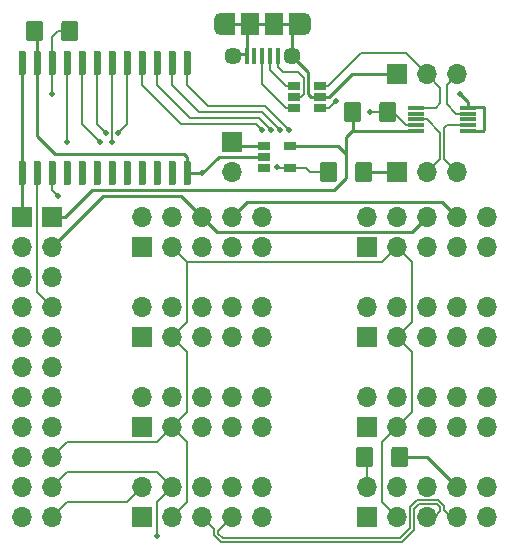
<source format=gbr>
G04 #@! TF.GenerationSoftware,KiCad,Pcbnew,5.1.5*
G04 #@! TF.CreationDate,2020-05-18T04:02:55+03:00*
G04 #@! TF.ProjectId,usb-tester,7573622d-7465-4737-9465-722e6b696361,rev?*
G04 #@! TF.SameCoordinates,Original*
G04 #@! TF.FileFunction,Copper,L1,Top*
G04 #@! TF.FilePolarity,Positive*
%FSLAX46Y46*%
G04 Gerber Fmt 4.6, Leading zero omitted, Abs format (unit mm)*
G04 Created by KiCad (PCBNEW 5.1.5) date 2020-05-18 04:02:55*
%MOMM*%
%LPD*%
G04 APERTURE LIST*
%ADD10O,1.700000X1.700000*%
%ADD11R,1.700000X1.700000*%
%ADD12C,0.100000*%
%ADD13R,1.400000X0.300000*%
%ADD14R,1.060000X0.650000*%
%ADD15R,1.200000X1.900000*%
%ADD16O,1.200000X1.900000*%
%ADD17R,1.500000X1.900000*%
%ADD18C,1.450000*%
%ADD19R,0.400000X1.350000*%
%ADD20C,0.508000*%
%ADD21C,0.254000*%
%ADD22C,0.152400*%
G04 APERTURE END LIST*
D10*
X130810000Y-76200000D03*
X130810000Y-78740000D03*
X128270000Y-76200000D03*
X128270000Y-78740000D03*
X125730000Y-76200000D03*
X125730000Y-78740000D03*
X123190000Y-76200000D03*
X123190000Y-78740000D03*
X120650000Y-76200000D03*
D11*
X120650000Y-78740000D03*
D10*
X130810000Y-99060000D03*
X130810000Y-101600000D03*
X128270000Y-99060000D03*
X128270000Y-101600000D03*
X125730000Y-99060000D03*
X125730000Y-101600000D03*
X123190000Y-99060000D03*
X123190000Y-101600000D03*
X120650000Y-99060000D03*
D11*
X120650000Y-101600000D03*
D10*
X130810000Y-91440000D03*
X130810000Y-93980000D03*
X128270000Y-91440000D03*
X128270000Y-93980000D03*
X125730000Y-91440000D03*
X125730000Y-93980000D03*
X123190000Y-91440000D03*
X123190000Y-93980000D03*
X120650000Y-91440000D03*
D11*
X120650000Y-93980000D03*
D10*
X130810000Y-83820000D03*
X130810000Y-86360000D03*
X128270000Y-83820000D03*
X128270000Y-86360000D03*
X125730000Y-83820000D03*
X125730000Y-86360000D03*
X123190000Y-83820000D03*
X123190000Y-86360000D03*
X120650000Y-83820000D03*
D11*
X120650000Y-86360000D03*
D10*
X111760000Y-99060000D03*
X111760000Y-101600000D03*
X109220000Y-99060000D03*
X109220000Y-101600000D03*
X106680000Y-99060000D03*
X106680000Y-101600000D03*
X104140000Y-99060000D03*
X104140000Y-101600000D03*
X101600000Y-99060000D03*
D11*
X101600000Y-101600000D03*
D10*
X111760000Y-91440000D03*
X111760000Y-93980000D03*
X109220000Y-91440000D03*
X109220000Y-93980000D03*
X106680000Y-91440000D03*
X106680000Y-93980000D03*
X104140000Y-91440000D03*
X104140000Y-93980000D03*
X101600000Y-91440000D03*
D11*
X101600000Y-93980000D03*
D10*
X111760000Y-76200000D03*
X111760000Y-78740000D03*
X109220000Y-76200000D03*
X109220000Y-78740000D03*
X106680000Y-76200000D03*
X106680000Y-78740000D03*
X104140000Y-76200000D03*
X104140000Y-78740000D03*
X101600000Y-76200000D03*
D11*
X101600000Y-78740000D03*
D10*
X111760000Y-83820000D03*
X111760000Y-86360000D03*
X109220000Y-83820000D03*
X109220000Y-86360000D03*
X106680000Y-83820000D03*
X106680000Y-86360000D03*
X104140000Y-83820000D03*
X104140000Y-86360000D03*
X101600000Y-83820000D03*
D11*
X101600000Y-86360000D03*
G04 #@! TA.AperFunction,SMDPad,CuDef*
D12*
G36*
X91604703Y-62143722D02*
G01*
X91619264Y-62145882D01*
X91633543Y-62149459D01*
X91647403Y-62154418D01*
X91660710Y-62160712D01*
X91673336Y-62168280D01*
X91685159Y-62177048D01*
X91696066Y-62186934D01*
X91705952Y-62197841D01*
X91714720Y-62209664D01*
X91722288Y-62222290D01*
X91728582Y-62235597D01*
X91733541Y-62249457D01*
X91737118Y-62263736D01*
X91739278Y-62278297D01*
X91740000Y-62293000D01*
X91740000Y-64043000D01*
X91739278Y-64057703D01*
X91737118Y-64072264D01*
X91733541Y-64086543D01*
X91728582Y-64100403D01*
X91722288Y-64113710D01*
X91714720Y-64126336D01*
X91705952Y-64138159D01*
X91696066Y-64149066D01*
X91685159Y-64158952D01*
X91673336Y-64167720D01*
X91660710Y-64175288D01*
X91647403Y-64181582D01*
X91633543Y-64186541D01*
X91619264Y-64190118D01*
X91604703Y-64192278D01*
X91590000Y-64193000D01*
X91290000Y-64193000D01*
X91275297Y-64192278D01*
X91260736Y-64190118D01*
X91246457Y-64186541D01*
X91232597Y-64181582D01*
X91219290Y-64175288D01*
X91206664Y-64167720D01*
X91194841Y-64158952D01*
X91183934Y-64149066D01*
X91174048Y-64138159D01*
X91165280Y-64126336D01*
X91157712Y-64113710D01*
X91151418Y-64100403D01*
X91146459Y-64086543D01*
X91142882Y-64072264D01*
X91140722Y-64057703D01*
X91140000Y-64043000D01*
X91140000Y-62293000D01*
X91140722Y-62278297D01*
X91142882Y-62263736D01*
X91146459Y-62249457D01*
X91151418Y-62235597D01*
X91157712Y-62222290D01*
X91165280Y-62209664D01*
X91174048Y-62197841D01*
X91183934Y-62186934D01*
X91194841Y-62177048D01*
X91206664Y-62168280D01*
X91219290Y-62160712D01*
X91232597Y-62154418D01*
X91246457Y-62149459D01*
X91260736Y-62145882D01*
X91275297Y-62143722D01*
X91290000Y-62143000D01*
X91590000Y-62143000D01*
X91604703Y-62143722D01*
G37*
G04 #@! TD.AperFunction*
G04 #@! TA.AperFunction,SMDPad,CuDef*
G36*
X92874703Y-62143722D02*
G01*
X92889264Y-62145882D01*
X92903543Y-62149459D01*
X92917403Y-62154418D01*
X92930710Y-62160712D01*
X92943336Y-62168280D01*
X92955159Y-62177048D01*
X92966066Y-62186934D01*
X92975952Y-62197841D01*
X92984720Y-62209664D01*
X92992288Y-62222290D01*
X92998582Y-62235597D01*
X93003541Y-62249457D01*
X93007118Y-62263736D01*
X93009278Y-62278297D01*
X93010000Y-62293000D01*
X93010000Y-64043000D01*
X93009278Y-64057703D01*
X93007118Y-64072264D01*
X93003541Y-64086543D01*
X92998582Y-64100403D01*
X92992288Y-64113710D01*
X92984720Y-64126336D01*
X92975952Y-64138159D01*
X92966066Y-64149066D01*
X92955159Y-64158952D01*
X92943336Y-64167720D01*
X92930710Y-64175288D01*
X92917403Y-64181582D01*
X92903543Y-64186541D01*
X92889264Y-64190118D01*
X92874703Y-64192278D01*
X92860000Y-64193000D01*
X92560000Y-64193000D01*
X92545297Y-64192278D01*
X92530736Y-64190118D01*
X92516457Y-64186541D01*
X92502597Y-64181582D01*
X92489290Y-64175288D01*
X92476664Y-64167720D01*
X92464841Y-64158952D01*
X92453934Y-64149066D01*
X92444048Y-64138159D01*
X92435280Y-64126336D01*
X92427712Y-64113710D01*
X92421418Y-64100403D01*
X92416459Y-64086543D01*
X92412882Y-64072264D01*
X92410722Y-64057703D01*
X92410000Y-64043000D01*
X92410000Y-62293000D01*
X92410722Y-62278297D01*
X92412882Y-62263736D01*
X92416459Y-62249457D01*
X92421418Y-62235597D01*
X92427712Y-62222290D01*
X92435280Y-62209664D01*
X92444048Y-62197841D01*
X92453934Y-62186934D01*
X92464841Y-62177048D01*
X92476664Y-62168280D01*
X92489290Y-62160712D01*
X92502597Y-62154418D01*
X92516457Y-62149459D01*
X92530736Y-62145882D01*
X92545297Y-62143722D01*
X92560000Y-62143000D01*
X92860000Y-62143000D01*
X92874703Y-62143722D01*
G37*
G04 #@! TD.AperFunction*
G04 #@! TA.AperFunction,SMDPad,CuDef*
G36*
X94144703Y-62143722D02*
G01*
X94159264Y-62145882D01*
X94173543Y-62149459D01*
X94187403Y-62154418D01*
X94200710Y-62160712D01*
X94213336Y-62168280D01*
X94225159Y-62177048D01*
X94236066Y-62186934D01*
X94245952Y-62197841D01*
X94254720Y-62209664D01*
X94262288Y-62222290D01*
X94268582Y-62235597D01*
X94273541Y-62249457D01*
X94277118Y-62263736D01*
X94279278Y-62278297D01*
X94280000Y-62293000D01*
X94280000Y-64043000D01*
X94279278Y-64057703D01*
X94277118Y-64072264D01*
X94273541Y-64086543D01*
X94268582Y-64100403D01*
X94262288Y-64113710D01*
X94254720Y-64126336D01*
X94245952Y-64138159D01*
X94236066Y-64149066D01*
X94225159Y-64158952D01*
X94213336Y-64167720D01*
X94200710Y-64175288D01*
X94187403Y-64181582D01*
X94173543Y-64186541D01*
X94159264Y-64190118D01*
X94144703Y-64192278D01*
X94130000Y-64193000D01*
X93830000Y-64193000D01*
X93815297Y-64192278D01*
X93800736Y-64190118D01*
X93786457Y-64186541D01*
X93772597Y-64181582D01*
X93759290Y-64175288D01*
X93746664Y-64167720D01*
X93734841Y-64158952D01*
X93723934Y-64149066D01*
X93714048Y-64138159D01*
X93705280Y-64126336D01*
X93697712Y-64113710D01*
X93691418Y-64100403D01*
X93686459Y-64086543D01*
X93682882Y-64072264D01*
X93680722Y-64057703D01*
X93680000Y-64043000D01*
X93680000Y-62293000D01*
X93680722Y-62278297D01*
X93682882Y-62263736D01*
X93686459Y-62249457D01*
X93691418Y-62235597D01*
X93697712Y-62222290D01*
X93705280Y-62209664D01*
X93714048Y-62197841D01*
X93723934Y-62186934D01*
X93734841Y-62177048D01*
X93746664Y-62168280D01*
X93759290Y-62160712D01*
X93772597Y-62154418D01*
X93786457Y-62149459D01*
X93800736Y-62145882D01*
X93815297Y-62143722D01*
X93830000Y-62143000D01*
X94130000Y-62143000D01*
X94144703Y-62143722D01*
G37*
G04 #@! TD.AperFunction*
G04 #@! TA.AperFunction,SMDPad,CuDef*
G36*
X95414703Y-62143722D02*
G01*
X95429264Y-62145882D01*
X95443543Y-62149459D01*
X95457403Y-62154418D01*
X95470710Y-62160712D01*
X95483336Y-62168280D01*
X95495159Y-62177048D01*
X95506066Y-62186934D01*
X95515952Y-62197841D01*
X95524720Y-62209664D01*
X95532288Y-62222290D01*
X95538582Y-62235597D01*
X95543541Y-62249457D01*
X95547118Y-62263736D01*
X95549278Y-62278297D01*
X95550000Y-62293000D01*
X95550000Y-64043000D01*
X95549278Y-64057703D01*
X95547118Y-64072264D01*
X95543541Y-64086543D01*
X95538582Y-64100403D01*
X95532288Y-64113710D01*
X95524720Y-64126336D01*
X95515952Y-64138159D01*
X95506066Y-64149066D01*
X95495159Y-64158952D01*
X95483336Y-64167720D01*
X95470710Y-64175288D01*
X95457403Y-64181582D01*
X95443543Y-64186541D01*
X95429264Y-64190118D01*
X95414703Y-64192278D01*
X95400000Y-64193000D01*
X95100000Y-64193000D01*
X95085297Y-64192278D01*
X95070736Y-64190118D01*
X95056457Y-64186541D01*
X95042597Y-64181582D01*
X95029290Y-64175288D01*
X95016664Y-64167720D01*
X95004841Y-64158952D01*
X94993934Y-64149066D01*
X94984048Y-64138159D01*
X94975280Y-64126336D01*
X94967712Y-64113710D01*
X94961418Y-64100403D01*
X94956459Y-64086543D01*
X94952882Y-64072264D01*
X94950722Y-64057703D01*
X94950000Y-64043000D01*
X94950000Y-62293000D01*
X94950722Y-62278297D01*
X94952882Y-62263736D01*
X94956459Y-62249457D01*
X94961418Y-62235597D01*
X94967712Y-62222290D01*
X94975280Y-62209664D01*
X94984048Y-62197841D01*
X94993934Y-62186934D01*
X95004841Y-62177048D01*
X95016664Y-62168280D01*
X95029290Y-62160712D01*
X95042597Y-62154418D01*
X95056457Y-62149459D01*
X95070736Y-62145882D01*
X95085297Y-62143722D01*
X95100000Y-62143000D01*
X95400000Y-62143000D01*
X95414703Y-62143722D01*
G37*
G04 #@! TD.AperFunction*
G04 #@! TA.AperFunction,SMDPad,CuDef*
G36*
X96684703Y-62143722D02*
G01*
X96699264Y-62145882D01*
X96713543Y-62149459D01*
X96727403Y-62154418D01*
X96740710Y-62160712D01*
X96753336Y-62168280D01*
X96765159Y-62177048D01*
X96776066Y-62186934D01*
X96785952Y-62197841D01*
X96794720Y-62209664D01*
X96802288Y-62222290D01*
X96808582Y-62235597D01*
X96813541Y-62249457D01*
X96817118Y-62263736D01*
X96819278Y-62278297D01*
X96820000Y-62293000D01*
X96820000Y-64043000D01*
X96819278Y-64057703D01*
X96817118Y-64072264D01*
X96813541Y-64086543D01*
X96808582Y-64100403D01*
X96802288Y-64113710D01*
X96794720Y-64126336D01*
X96785952Y-64138159D01*
X96776066Y-64149066D01*
X96765159Y-64158952D01*
X96753336Y-64167720D01*
X96740710Y-64175288D01*
X96727403Y-64181582D01*
X96713543Y-64186541D01*
X96699264Y-64190118D01*
X96684703Y-64192278D01*
X96670000Y-64193000D01*
X96370000Y-64193000D01*
X96355297Y-64192278D01*
X96340736Y-64190118D01*
X96326457Y-64186541D01*
X96312597Y-64181582D01*
X96299290Y-64175288D01*
X96286664Y-64167720D01*
X96274841Y-64158952D01*
X96263934Y-64149066D01*
X96254048Y-64138159D01*
X96245280Y-64126336D01*
X96237712Y-64113710D01*
X96231418Y-64100403D01*
X96226459Y-64086543D01*
X96222882Y-64072264D01*
X96220722Y-64057703D01*
X96220000Y-64043000D01*
X96220000Y-62293000D01*
X96220722Y-62278297D01*
X96222882Y-62263736D01*
X96226459Y-62249457D01*
X96231418Y-62235597D01*
X96237712Y-62222290D01*
X96245280Y-62209664D01*
X96254048Y-62197841D01*
X96263934Y-62186934D01*
X96274841Y-62177048D01*
X96286664Y-62168280D01*
X96299290Y-62160712D01*
X96312597Y-62154418D01*
X96326457Y-62149459D01*
X96340736Y-62145882D01*
X96355297Y-62143722D01*
X96370000Y-62143000D01*
X96670000Y-62143000D01*
X96684703Y-62143722D01*
G37*
G04 #@! TD.AperFunction*
G04 #@! TA.AperFunction,SMDPad,CuDef*
G36*
X97954703Y-62143722D02*
G01*
X97969264Y-62145882D01*
X97983543Y-62149459D01*
X97997403Y-62154418D01*
X98010710Y-62160712D01*
X98023336Y-62168280D01*
X98035159Y-62177048D01*
X98046066Y-62186934D01*
X98055952Y-62197841D01*
X98064720Y-62209664D01*
X98072288Y-62222290D01*
X98078582Y-62235597D01*
X98083541Y-62249457D01*
X98087118Y-62263736D01*
X98089278Y-62278297D01*
X98090000Y-62293000D01*
X98090000Y-64043000D01*
X98089278Y-64057703D01*
X98087118Y-64072264D01*
X98083541Y-64086543D01*
X98078582Y-64100403D01*
X98072288Y-64113710D01*
X98064720Y-64126336D01*
X98055952Y-64138159D01*
X98046066Y-64149066D01*
X98035159Y-64158952D01*
X98023336Y-64167720D01*
X98010710Y-64175288D01*
X97997403Y-64181582D01*
X97983543Y-64186541D01*
X97969264Y-64190118D01*
X97954703Y-64192278D01*
X97940000Y-64193000D01*
X97640000Y-64193000D01*
X97625297Y-64192278D01*
X97610736Y-64190118D01*
X97596457Y-64186541D01*
X97582597Y-64181582D01*
X97569290Y-64175288D01*
X97556664Y-64167720D01*
X97544841Y-64158952D01*
X97533934Y-64149066D01*
X97524048Y-64138159D01*
X97515280Y-64126336D01*
X97507712Y-64113710D01*
X97501418Y-64100403D01*
X97496459Y-64086543D01*
X97492882Y-64072264D01*
X97490722Y-64057703D01*
X97490000Y-64043000D01*
X97490000Y-62293000D01*
X97490722Y-62278297D01*
X97492882Y-62263736D01*
X97496459Y-62249457D01*
X97501418Y-62235597D01*
X97507712Y-62222290D01*
X97515280Y-62209664D01*
X97524048Y-62197841D01*
X97533934Y-62186934D01*
X97544841Y-62177048D01*
X97556664Y-62168280D01*
X97569290Y-62160712D01*
X97582597Y-62154418D01*
X97596457Y-62149459D01*
X97610736Y-62145882D01*
X97625297Y-62143722D01*
X97640000Y-62143000D01*
X97940000Y-62143000D01*
X97954703Y-62143722D01*
G37*
G04 #@! TD.AperFunction*
G04 #@! TA.AperFunction,SMDPad,CuDef*
G36*
X99224703Y-62143722D02*
G01*
X99239264Y-62145882D01*
X99253543Y-62149459D01*
X99267403Y-62154418D01*
X99280710Y-62160712D01*
X99293336Y-62168280D01*
X99305159Y-62177048D01*
X99316066Y-62186934D01*
X99325952Y-62197841D01*
X99334720Y-62209664D01*
X99342288Y-62222290D01*
X99348582Y-62235597D01*
X99353541Y-62249457D01*
X99357118Y-62263736D01*
X99359278Y-62278297D01*
X99360000Y-62293000D01*
X99360000Y-64043000D01*
X99359278Y-64057703D01*
X99357118Y-64072264D01*
X99353541Y-64086543D01*
X99348582Y-64100403D01*
X99342288Y-64113710D01*
X99334720Y-64126336D01*
X99325952Y-64138159D01*
X99316066Y-64149066D01*
X99305159Y-64158952D01*
X99293336Y-64167720D01*
X99280710Y-64175288D01*
X99267403Y-64181582D01*
X99253543Y-64186541D01*
X99239264Y-64190118D01*
X99224703Y-64192278D01*
X99210000Y-64193000D01*
X98910000Y-64193000D01*
X98895297Y-64192278D01*
X98880736Y-64190118D01*
X98866457Y-64186541D01*
X98852597Y-64181582D01*
X98839290Y-64175288D01*
X98826664Y-64167720D01*
X98814841Y-64158952D01*
X98803934Y-64149066D01*
X98794048Y-64138159D01*
X98785280Y-64126336D01*
X98777712Y-64113710D01*
X98771418Y-64100403D01*
X98766459Y-64086543D01*
X98762882Y-64072264D01*
X98760722Y-64057703D01*
X98760000Y-64043000D01*
X98760000Y-62293000D01*
X98760722Y-62278297D01*
X98762882Y-62263736D01*
X98766459Y-62249457D01*
X98771418Y-62235597D01*
X98777712Y-62222290D01*
X98785280Y-62209664D01*
X98794048Y-62197841D01*
X98803934Y-62186934D01*
X98814841Y-62177048D01*
X98826664Y-62168280D01*
X98839290Y-62160712D01*
X98852597Y-62154418D01*
X98866457Y-62149459D01*
X98880736Y-62145882D01*
X98895297Y-62143722D01*
X98910000Y-62143000D01*
X99210000Y-62143000D01*
X99224703Y-62143722D01*
G37*
G04 #@! TD.AperFunction*
G04 #@! TA.AperFunction,SMDPad,CuDef*
G36*
X100494703Y-62143722D02*
G01*
X100509264Y-62145882D01*
X100523543Y-62149459D01*
X100537403Y-62154418D01*
X100550710Y-62160712D01*
X100563336Y-62168280D01*
X100575159Y-62177048D01*
X100586066Y-62186934D01*
X100595952Y-62197841D01*
X100604720Y-62209664D01*
X100612288Y-62222290D01*
X100618582Y-62235597D01*
X100623541Y-62249457D01*
X100627118Y-62263736D01*
X100629278Y-62278297D01*
X100630000Y-62293000D01*
X100630000Y-64043000D01*
X100629278Y-64057703D01*
X100627118Y-64072264D01*
X100623541Y-64086543D01*
X100618582Y-64100403D01*
X100612288Y-64113710D01*
X100604720Y-64126336D01*
X100595952Y-64138159D01*
X100586066Y-64149066D01*
X100575159Y-64158952D01*
X100563336Y-64167720D01*
X100550710Y-64175288D01*
X100537403Y-64181582D01*
X100523543Y-64186541D01*
X100509264Y-64190118D01*
X100494703Y-64192278D01*
X100480000Y-64193000D01*
X100180000Y-64193000D01*
X100165297Y-64192278D01*
X100150736Y-64190118D01*
X100136457Y-64186541D01*
X100122597Y-64181582D01*
X100109290Y-64175288D01*
X100096664Y-64167720D01*
X100084841Y-64158952D01*
X100073934Y-64149066D01*
X100064048Y-64138159D01*
X100055280Y-64126336D01*
X100047712Y-64113710D01*
X100041418Y-64100403D01*
X100036459Y-64086543D01*
X100032882Y-64072264D01*
X100030722Y-64057703D01*
X100030000Y-64043000D01*
X100030000Y-62293000D01*
X100030722Y-62278297D01*
X100032882Y-62263736D01*
X100036459Y-62249457D01*
X100041418Y-62235597D01*
X100047712Y-62222290D01*
X100055280Y-62209664D01*
X100064048Y-62197841D01*
X100073934Y-62186934D01*
X100084841Y-62177048D01*
X100096664Y-62168280D01*
X100109290Y-62160712D01*
X100122597Y-62154418D01*
X100136457Y-62149459D01*
X100150736Y-62145882D01*
X100165297Y-62143722D01*
X100180000Y-62143000D01*
X100480000Y-62143000D01*
X100494703Y-62143722D01*
G37*
G04 #@! TD.AperFunction*
G04 #@! TA.AperFunction,SMDPad,CuDef*
G36*
X101764703Y-62143722D02*
G01*
X101779264Y-62145882D01*
X101793543Y-62149459D01*
X101807403Y-62154418D01*
X101820710Y-62160712D01*
X101833336Y-62168280D01*
X101845159Y-62177048D01*
X101856066Y-62186934D01*
X101865952Y-62197841D01*
X101874720Y-62209664D01*
X101882288Y-62222290D01*
X101888582Y-62235597D01*
X101893541Y-62249457D01*
X101897118Y-62263736D01*
X101899278Y-62278297D01*
X101900000Y-62293000D01*
X101900000Y-64043000D01*
X101899278Y-64057703D01*
X101897118Y-64072264D01*
X101893541Y-64086543D01*
X101888582Y-64100403D01*
X101882288Y-64113710D01*
X101874720Y-64126336D01*
X101865952Y-64138159D01*
X101856066Y-64149066D01*
X101845159Y-64158952D01*
X101833336Y-64167720D01*
X101820710Y-64175288D01*
X101807403Y-64181582D01*
X101793543Y-64186541D01*
X101779264Y-64190118D01*
X101764703Y-64192278D01*
X101750000Y-64193000D01*
X101450000Y-64193000D01*
X101435297Y-64192278D01*
X101420736Y-64190118D01*
X101406457Y-64186541D01*
X101392597Y-64181582D01*
X101379290Y-64175288D01*
X101366664Y-64167720D01*
X101354841Y-64158952D01*
X101343934Y-64149066D01*
X101334048Y-64138159D01*
X101325280Y-64126336D01*
X101317712Y-64113710D01*
X101311418Y-64100403D01*
X101306459Y-64086543D01*
X101302882Y-64072264D01*
X101300722Y-64057703D01*
X101300000Y-64043000D01*
X101300000Y-62293000D01*
X101300722Y-62278297D01*
X101302882Y-62263736D01*
X101306459Y-62249457D01*
X101311418Y-62235597D01*
X101317712Y-62222290D01*
X101325280Y-62209664D01*
X101334048Y-62197841D01*
X101343934Y-62186934D01*
X101354841Y-62177048D01*
X101366664Y-62168280D01*
X101379290Y-62160712D01*
X101392597Y-62154418D01*
X101406457Y-62149459D01*
X101420736Y-62145882D01*
X101435297Y-62143722D01*
X101450000Y-62143000D01*
X101750000Y-62143000D01*
X101764703Y-62143722D01*
G37*
G04 #@! TD.AperFunction*
G04 #@! TA.AperFunction,SMDPad,CuDef*
G36*
X103034703Y-62143722D02*
G01*
X103049264Y-62145882D01*
X103063543Y-62149459D01*
X103077403Y-62154418D01*
X103090710Y-62160712D01*
X103103336Y-62168280D01*
X103115159Y-62177048D01*
X103126066Y-62186934D01*
X103135952Y-62197841D01*
X103144720Y-62209664D01*
X103152288Y-62222290D01*
X103158582Y-62235597D01*
X103163541Y-62249457D01*
X103167118Y-62263736D01*
X103169278Y-62278297D01*
X103170000Y-62293000D01*
X103170000Y-64043000D01*
X103169278Y-64057703D01*
X103167118Y-64072264D01*
X103163541Y-64086543D01*
X103158582Y-64100403D01*
X103152288Y-64113710D01*
X103144720Y-64126336D01*
X103135952Y-64138159D01*
X103126066Y-64149066D01*
X103115159Y-64158952D01*
X103103336Y-64167720D01*
X103090710Y-64175288D01*
X103077403Y-64181582D01*
X103063543Y-64186541D01*
X103049264Y-64190118D01*
X103034703Y-64192278D01*
X103020000Y-64193000D01*
X102720000Y-64193000D01*
X102705297Y-64192278D01*
X102690736Y-64190118D01*
X102676457Y-64186541D01*
X102662597Y-64181582D01*
X102649290Y-64175288D01*
X102636664Y-64167720D01*
X102624841Y-64158952D01*
X102613934Y-64149066D01*
X102604048Y-64138159D01*
X102595280Y-64126336D01*
X102587712Y-64113710D01*
X102581418Y-64100403D01*
X102576459Y-64086543D01*
X102572882Y-64072264D01*
X102570722Y-64057703D01*
X102570000Y-64043000D01*
X102570000Y-62293000D01*
X102570722Y-62278297D01*
X102572882Y-62263736D01*
X102576459Y-62249457D01*
X102581418Y-62235597D01*
X102587712Y-62222290D01*
X102595280Y-62209664D01*
X102604048Y-62197841D01*
X102613934Y-62186934D01*
X102624841Y-62177048D01*
X102636664Y-62168280D01*
X102649290Y-62160712D01*
X102662597Y-62154418D01*
X102676457Y-62149459D01*
X102690736Y-62145882D01*
X102705297Y-62143722D01*
X102720000Y-62143000D01*
X103020000Y-62143000D01*
X103034703Y-62143722D01*
G37*
G04 #@! TD.AperFunction*
G04 #@! TA.AperFunction,SMDPad,CuDef*
G36*
X104304703Y-62143722D02*
G01*
X104319264Y-62145882D01*
X104333543Y-62149459D01*
X104347403Y-62154418D01*
X104360710Y-62160712D01*
X104373336Y-62168280D01*
X104385159Y-62177048D01*
X104396066Y-62186934D01*
X104405952Y-62197841D01*
X104414720Y-62209664D01*
X104422288Y-62222290D01*
X104428582Y-62235597D01*
X104433541Y-62249457D01*
X104437118Y-62263736D01*
X104439278Y-62278297D01*
X104440000Y-62293000D01*
X104440000Y-64043000D01*
X104439278Y-64057703D01*
X104437118Y-64072264D01*
X104433541Y-64086543D01*
X104428582Y-64100403D01*
X104422288Y-64113710D01*
X104414720Y-64126336D01*
X104405952Y-64138159D01*
X104396066Y-64149066D01*
X104385159Y-64158952D01*
X104373336Y-64167720D01*
X104360710Y-64175288D01*
X104347403Y-64181582D01*
X104333543Y-64186541D01*
X104319264Y-64190118D01*
X104304703Y-64192278D01*
X104290000Y-64193000D01*
X103990000Y-64193000D01*
X103975297Y-64192278D01*
X103960736Y-64190118D01*
X103946457Y-64186541D01*
X103932597Y-64181582D01*
X103919290Y-64175288D01*
X103906664Y-64167720D01*
X103894841Y-64158952D01*
X103883934Y-64149066D01*
X103874048Y-64138159D01*
X103865280Y-64126336D01*
X103857712Y-64113710D01*
X103851418Y-64100403D01*
X103846459Y-64086543D01*
X103842882Y-64072264D01*
X103840722Y-64057703D01*
X103840000Y-64043000D01*
X103840000Y-62293000D01*
X103840722Y-62278297D01*
X103842882Y-62263736D01*
X103846459Y-62249457D01*
X103851418Y-62235597D01*
X103857712Y-62222290D01*
X103865280Y-62209664D01*
X103874048Y-62197841D01*
X103883934Y-62186934D01*
X103894841Y-62177048D01*
X103906664Y-62168280D01*
X103919290Y-62160712D01*
X103932597Y-62154418D01*
X103946457Y-62149459D01*
X103960736Y-62145882D01*
X103975297Y-62143722D01*
X103990000Y-62143000D01*
X104290000Y-62143000D01*
X104304703Y-62143722D01*
G37*
G04 #@! TD.AperFunction*
G04 #@! TA.AperFunction,SMDPad,CuDef*
G36*
X105574703Y-62143722D02*
G01*
X105589264Y-62145882D01*
X105603543Y-62149459D01*
X105617403Y-62154418D01*
X105630710Y-62160712D01*
X105643336Y-62168280D01*
X105655159Y-62177048D01*
X105666066Y-62186934D01*
X105675952Y-62197841D01*
X105684720Y-62209664D01*
X105692288Y-62222290D01*
X105698582Y-62235597D01*
X105703541Y-62249457D01*
X105707118Y-62263736D01*
X105709278Y-62278297D01*
X105710000Y-62293000D01*
X105710000Y-64043000D01*
X105709278Y-64057703D01*
X105707118Y-64072264D01*
X105703541Y-64086543D01*
X105698582Y-64100403D01*
X105692288Y-64113710D01*
X105684720Y-64126336D01*
X105675952Y-64138159D01*
X105666066Y-64149066D01*
X105655159Y-64158952D01*
X105643336Y-64167720D01*
X105630710Y-64175288D01*
X105617403Y-64181582D01*
X105603543Y-64186541D01*
X105589264Y-64190118D01*
X105574703Y-64192278D01*
X105560000Y-64193000D01*
X105260000Y-64193000D01*
X105245297Y-64192278D01*
X105230736Y-64190118D01*
X105216457Y-64186541D01*
X105202597Y-64181582D01*
X105189290Y-64175288D01*
X105176664Y-64167720D01*
X105164841Y-64158952D01*
X105153934Y-64149066D01*
X105144048Y-64138159D01*
X105135280Y-64126336D01*
X105127712Y-64113710D01*
X105121418Y-64100403D01*
X105116459Y-64086543D01*
X105112882Y-64072264D01*
X105110722Y-64057703D01*
X105110000Y-64043000D01*
X105110000Y-62293000D01*
X105110722Y-62278297D01*
X105112882Y-62263736D01*
X105116459Y-62249457D01*
X105121418Y-62235597D01*
X105127712Y-62222290D01*
X105135280Y-62209664D01*
X105144048Y-62197841D01*
X105153934Y-62186934D01*
X105164841Y-62177048D01*
X105176664Y-62168280D01*
X105189290Y-62160712D01*
X105202597Y-62154418D01*
X105216457Y-62149459D01*
X105230736Y-62145882D01*
X105245297Y-62143722D01*
X105260000Y-62143000D01*
X105560000Y-62143000D01*
X105574703Y-62143722D01*
G37*
G04 #@! TD.AperFunction*
G04 #@! TA.AperFunction,SMDPad,CuDef*
G36*
X105574703Y-71443722D02*
G01*
X105589264Y-71445882D01*
X105603543Y-71449459D01*
X105617403Y-71454418D01*
X105630710Y-71460712D01*
X105643336Y-71468280D01*
X105655159Y-71477048D01*
X105666066Y-71486934D01*
X105675952Y-71497841D01*
X105684720Y-71509664D01*
X105692288Y-71522290D01*
X105698582Y-71535597D01*
X105703541Y-71549457D01*
X105707118Y-71563736D01*
X105709278Y-71578297D01*
X105710000Y-71593000D01*
X105710000Y-73343000D01*
X105709278Y-73357703D01*
X105707118Y-73372264D01*
X105703541Y-73386543D01*
X105698582Y-73400403D01*
X105692288Y-73413710D01*
X105684720Y-73426336D01*
X105675952Y-73438159D01*
X105666066Y-73449066D01*
X105655159Y-73458952D01*
X105643336Y-73467720D01*
X105630710Y-73475288D01*
X105617403Y-73481582D01*
X105603543Y-73486541D01*
X105589264Y-73490118D01*
X105574703Y-73492278D01*
X105560000Y-73493000D01*
X105260000Y-73493000D01*
X105245297Y-73492278D01*
X105230736Y-73490118D01*
X105216457Y-73486541D01*
X105202597Y-73481582D01*
X105189290Y-73475288D01*
X105176664Y-73467720D01*
X105164841Y-73458952D01*
X105153934Y-73449066D01*
X105144048Y-73438159D01*
X105135280Y-73426336D01*
X105127712Y-73413710D01*
X105121418Y-73400403D01*
X105116459Y-73386543D01*
X105112882Y-73372264D01*
X105110722Y-73357703D01*
X105110000Y-73343000D01*
X105110000Y-71593000D01*
X105110722Y-71578297D01*
X105112882Y-71563736D01*
X105116459Y-71549457D01*
X105121418Y-71535597D01*
X105127712Y-71522290D01*
X105135280Y-71509664D01*
X105144048Y-71497841D01*
X105153934Y-71486934D01*
X105164841Y-71477048D01*
X105176664Y-71468280D01*
X105189290Y-71460712D01*
X105202597Y-71454418D01*
X105216457Y-71449459D01*
X105230736Y-71445882D01*
X105245297Y-71443722D01*
X105260000Y-71443000D01*
X105560000Y-71443000D01*
X105574703Y-71443722D01*
G37*
G04 #@! TD.AperFunction*
G04 #@! TA.AperFunction,SMDPad,CuDef*
G36*
X104304703Y-71443722D02*
G01*
X104319264Y-71445882D01*
X104333543Y-71449459D01*
X104347403Y-71454418D01*
X104360710Y-71460712D01*
X104373336Y-71468280D01*
X104385159Y-71477048D01*
X104396066Y-71486934D01*
X104405952Y-71497841D01*
X104414720Y-71509664D01*
X104422288Y-71522290D01*
X104428582Y-71535597D01*
X104433541Y-71549457D01*
X104437118Y-71563736D01*
X104439278Y-71578297D01*
X104440000Y-71593000D01*
X104440000Y-73343000D01*
X104439278Y-73357703D01*
X104437118Y-73372264D01*
X104433541Y-73386543D01*
X104428582Y-73400403D01*
X104422288Y-73413710D01*
X104414720Y-73426336D01*
X104405952Y-73438159D01*
X104396066Y-73449066D01*
X104385159Y-73458952D01*
X104373336Y-73467720D01*
X104360710Y-73475288D01*
X104347403Y-73481582D01*
X104333543Y-73486541D01*
X104319264Y-73490118D01*
X104304703Y-73492278D01*
X104290000Y-73493000D01*
X103990000Y-73493000D01*
X103975297Y-73492278D01*
X103960736Y-73490118D01*
X103946457Y-73486541D01*
X103932597Y-73481582D01*
X103919290Y-73475288D01*
X103906664Y-73467720D01*
X103894841Y-73458952D01*
X103883934Y-73449066D01*
X103874048Y-73438159D01*
X103865280Y-73426336D01*
X103857712Y-73413710D01*
X103851418Y-73400403D01*
X103846459Y-73386543D01*
X103842882Y-73372264D01*
X103840722Y-73357703D01*
X103840000Y-73343000D01*
X103840000Y-71593000D01*
X103840722Y-71578297D01*
X103842882Y-71563736D01*
X103846459Y-71549457D01*
X103851418Y-71535597D01*
X103857712Y-71522290D01*
X103865280Y-71509664D01*
X103874048Y-71497841D01*
X103883934Y-71486934D01*
X103894841Y-71477048D01*
X103906664Y-71468280D01*
X103919290Y-71460712D01*
X103932597Y-71454418D01*
X103946457Y-71449459D01*
X103960736Y-71445882D01*
X103975297Y-71443722D01*
X103990000Y-71443000D01*
X104290000Y-71443000D01*
X104304703Y-71443722D01*
G37*
G04 #@! TD.AperFunction*
G04 #@! TA.AperFunction,SMDPad,CuDef*
G36*
X103034703Y-71443722D02*
G01*
X103049264Y-71445882D01*
X103063543Y-71449459D01*
X103077403Y-71454418D01*
X103090710Y-71460712D01*
X103103336Y-71468280D01*
X103115159Y-71477048D01*
X103126066Y-71486934D01*
X103135952Y-71497841D01*
X103144720Y-71509664D01*
X103152288Y-71522290D01*
X103158582Y-71535597D01*
X103163541Y-71549457D01*
X103167118Y-71563736D01*
X103169278Y-71578297D01*
X103170000Y-71593000D01*
X103170000Y-73343000D01*
X103169278Y-73357703D01*
X103167118Y-73372264D01*
X103163541Y-73386543D01*
X103158582Y-73400403D01*
X103152288Y-73413710D01*
X103144720Y-73426336D01*
X103135952Y-73438159D01*
X103126066Y-73449066D01*
X103115159Y-73458952D01*
X103103336Y-73467720D01*
X103090710Y-73475288D01*
X103077403Y-73481582D01*
X103063543Y-73486541D01*
X103049264Y-73490118D01*
X103034703Y-73492278D01*
X103020000Y-73493000D01*
X102720000Y-73493000D01*
X102705297Y-73492278D01*
X102690736Y-73490118D01*
X102676457Y-73486541D01*
X102662597Y-73481582D01*
X102649290Y-73475288D01*
X102636664Y-73467720D01*
X102624841Y-73458952D01*
X102613934Y-73449066D01*
X102604048Y-73438159D01*
X102595280Y-73426336D01*
X102587712Y-73413710D01*
X102581418Y-73400403D01*
X102576459Y-73386543D01*
X102572882Y-73372264D01*
X102570722Y-73357703D01*
X102570000Y-73343000D01*
X102570000Y-71593000D01*
X102570722Y-71578297D01*
X102572882Y-71563736D01*
X102576459Y-71549457D01*
X102581418Y-71535597D01*
X102587712Y-71522290D01*
X102595280Y-71509664D01*
X102604048Y-71497841D01*
X102613934Y-71486934D01*
X102624841Y-71477048D01*
X102636664Y-71468280D01*
X102649290Y-71460712D01*
X102662597Y-71454418D01*
X102676457Y-71449459D01*
X102690736Y-71445882D01*
X102705297Y-71443722D01*
X102720000Y-71443000D01*
X103020000Y-71443000D01*
X103034703Y-71443722D01*
G37*
G04 #@! TD.AperFunction*
G04 #@! TA.AperFunction,SMDPad,CuDef*
G36*
X101764703Y-71443722D02*
G01*
X101779264Y-71445882D01*
X101793543Y-71449459D01*
X101807403Y-71454418D01*
X101820710Y-71460712D01*
X101833336Y-71468280D01*
X101845159Y-71477048D01*
X101856066Y-71486934D01*
X101865952Y-71497841D01*
X101874720Y-71509664D01*
X101882288Y-71522290D01*
X101888582Y-71535597D01*
X101893541Y-71549457D01*
X101897118Y-71563736D01*
X101899278Y-71578297D01*
X101900000Y-71593000D01*
X101900000Y-73343000D01*
X101899278Y-73357703D01*
X101897118Y-73372264D01*
X101893541Y-73386543D01*
X101888582Y-73400403D01*
X101882288Y-73413710D01*
X101874720Y-73426336D01*
X101865952Y-73438159D01*
X101856066Y-73449066D01*
X101845159Y-73458952D01*
X101833336Y-73467720D01*
X101820710Y-73475288D01*
X101807403Y-73481582D01*
X101793543Y-73486541D01*
X101779264Y-73490118D01*
X101764703Y-73492278D01*
X101750000Y-73493000D01*
X101450000Y-73493000D01*
X101435297Y-73492278D01*
X101420736Y-73490118D01*
X101406457Y-73486541D01*
X101392597Y-73481582D01*
X101379290Y-73475288D01*
X101366664Y-73467720D01*
X101354841Y-73458952D01*
X101343934Y-73449066D01*
X101334048Y-73438159D01*
X101325280Y-73426336D01*
X101317712Y-73413710D01*
X101311418Y-73400403D01*
X101306459Y-73386543D01*
X101302882Y-73372264D01*
X101300722Y-73357703D01*
X101300000Y-73343000D01*
X101300000Y-71593000D01*
X101300722Y-71578297D01*
X101302882Y-71563736D01*
X101306459Y-71549457D01*
X101311418Y-71535597D01*
X101317712Y-71522290D01*
X101325280Y-71509664D01*
X101334048Y-71497841D01*
X101343934Y-71486934D01*
X101354841Y-71477048D01*
X101366664Y-71468280D01*
X101379290Y-71460712D01*
X101392597Y-71454418D01*
X101406457Y-71449459D01*
X101420736Y-71445882D01*
X101435297Y-71443722D01*
X101450000Y-71443000D01*
X101750000Y-71443000D01*
X101764703Y-71443722D01*
G37*
G04 #@! TD.AperFunction*
G04 #@! TA.AperFunction,SMDPad,CuDef*
G36*
X100494703Y-71443722D02*
G01*
X100509264Y-71445882D01*
X100523543Y-71449459D01*
X100537403Y-71454418D01*
X100550710Y-71460712D01*
X100563336Y-71468280D01*
X100575159Y-71477048D01*
X100586066Y-71486934D01*
X100595952Y-71497841D01*
X100604720Y-71509664D01*
X100612288Y-71522290D01*
X100618582Y-71535597D01*
X100623541Y-71549457D01*
X100627118Y-71563736D01*
X100629278Y-71578297D01*
X100630000Y-71593000D01*
X100630000Y-73343000D01*
X100629278Y-73357703D01*
X100627118Y-73372264D01*
X100623541Y-73386543D01*
X100618582Y-73400403D01*
X100612288Y-73413710D01*
X100604720Y-73426336D01*
X100595952Y-73438159D01*
X100586066Y-73449066D01*
X100575159Y-73458952D01*
X100563336Y-73467720D01*
X100550710Y-73475288D01*
X100537403Y-73481582D01*
X100523543Y-73486541D01*
X100509264Y-73490118D01*
X100494703Y-73492278D01*
X100480000Y-73493000D01*
X100180000Y-73493000D01*
X100165297Y-73492278D01*
X100150736Y-73490118D01*
X100136457Y-73486541D01*
X100122597Y-73481582D01*
X100109290Y-73475288D01*
X100096664Y-73467720D01*
X100084841Y-73458952D01*
X100073934Y-73449066D01*
X100064048Y-73438159D01*
X100055280Y-73426336D01*
X100047712Y-73413710D01*
X100041418Y-73400403D01*
X100036459Y-73386543D01*
X100032882Y-73372264D01*
X100030722Y-73357703D01*
X100030000Y-73343000D01*
X100030000Y-71593000D01*
X100030722Y-71578297D01*
X100032882Y-71563736D01*
X100036459Y-71549457D01*
X100041418Y-71535597D01*
X100047712Y-71522290D01*
X100055280Y-71509664D01*
X100064048Y-71497841D01*
X100073934Y-71486934D01*
X100084841Y-71477048D01*
X100096664Y-71468280D01*
X100109290Y-71460712D01*
X100122597Y-71454418D01*
X100136457Y-71449459D01*
X100150736Y-71445882D01*
X100165297Y-71443722D01*
X100180000Y-71443000D01*
X100480000Y-71443000D01*
X100494703Y-71443722D01*
G37*
G04 #@! TD.AperFunction*
G04 #@! TA.AperFunction,SMDPad,CuDef*
G36*
X99224703Y-71443722D02*
G01*
X99239264Y-71445882D01*
X99253543Y-71449459D01*
X99267403Y-71454418D01*
X99280710Y-71460712D01*
X99293336Y-71468280D01*
X99305159Y-71477048D01*
X99316066Y-71486934D01*
X99325952Y-71497841D01*
X99334720Y-71509664D01*
X99342288Y-71522290D01*
X99348582Y-71535597D01*
X99353541Y-71549457D01*
X99357118Y-71563736D01*
X99359278Y-71578297D01*
X99360000Y-71593000D01*
X99360000Y-73343000D01*
X99359278Y-73357703D01*
X99357118Y-73372264D01*
X99353541Y-73386543D01*
X99348582Y-73400403D01*
X99342288Y-73413710D01*
X99334720Y-73426336D01*
X99325952Y-73438159D01*
X99316066Y-73449066D01*
X99305159Y-73458952D01*
X99293336Y-73467720D01*
X99280710Y-73475288D01*
X99267403Y-73481582D01*
X99253543Y-73486541D01*
X99239264Y-73490118D01*
X99224703Y-73492278D01*
X99210000Y-73493000D01*
X98910000Y-73493000D01*
X98895297Y-73492278D01*
X98880736Y-73490118D01*
X98866457Y-73486541D01*
X98852597Y-73481582D01*
X98839290Y-73475288D01*
X98826664Y-73467720D01*
X98814841Y-73458952D01*
X98803934Y-73449066D01*
X98794048Y-73438159D01*
X98785280Y-73426336D01*
X98777712Y-73413710D01*
X98771418Y-73400403D01*
X98766459Y-73386543D01*
X98762882Y-73372264D01*
X98760722Y-73357703D01*
X98760000Y-73343000D01*
X98760000Y-71593000D01*
X98760722Y-71578297D01*
X98762882Y-71563736D01*
X98766459Y-71549457D01*
X98771418Y-71535597D01*
X98777712Y-71522290D01*
X98785280Y-71509664D01*
X98794048Y-71497841D01*
X98803934Y-71486934D01*
X98814841Y-71477048D01*
X98826664Y-71468280D01*
X98839290Y-71460712D01*
X98852597Y-71454418D01*
X98866457Y-71449459D01*
X98880736Y-71445882D01*
X98895297Y-71443722D01*
X98910000Y-71443000D01*
X99210000Y-71443000D01*
X99224703Y-71443722D01*
G37*
G04 #@! TD.AperFunction*
G04 #@! TA.AperFunction,SMDPad,CuDef*
G36*
X97954703Y-71443722D02*
G01*
X97969264Y-71445882D01*
X97983543Y-71449459D01*
X97997403Y-71454418D01*
X98010710Y-71460712D01*
X98023336Y-71468280D01*
X98035159Y-71477048D01*
X98046066Y-71486934D01*
X98055952Y-71497841D01*
X98064720Y-71509664D01*
X98072288Y-71522290D01*
X98078582Y-71535597D01*
X98083541Y-71549457D01*
X98087118Y-71563736D01*
X98089278Y-71578297D01*
X98090000Y-71593000D01*
X98090000Y-73343000D01*
X98089278Y-73357703D01*
X98087118Y-73372264D01*
X98083541Y-73386543D01*
X98078582Y-73400403D01*
X98072288Y-73413710D01*
X98064720Y-73426336D01*
X98055952Y-73438159D01*
X98046066Y-73449066D01*
X98035159Y-73458952D01*
X98023336Y-73467720D01*
X98010710Y-73475288D01*
X97997403Y-73481582D01*
X97983543Y-73486541D01*
X97969264Y-73490118D01*
X97954703Y-73492278D01*
X97940000Y-73493000D01*
X97640000Y-73493000D01*
X97625297Y-73492278D01*
X97610736Y-73490118D01*
X97596457Y-73486541D01*
X97582597Y-73481582D01*
X97569290Y-73475288D01*
X97556664Y-73467720D01*
X97544841Y-73458952D01*
X97533934Y-73449066D01*
X97524048Y-73438159D01*
X97515280Y-73426336D01*
X97507712Y-73413710D01*
X97501418Y-73400403D01*
X97496459Y-73386543D01*
X97492882Y-73372264D01*
X97490722Y-73357703D01*
X97490000Y-73343000D01*
X97490000Y-71593000D01*
X97490722Y-71578297D01*
X97492882Y-71563736D01*
X97496459Y-71549457D01*
X97501418Y-71535597D01*
X97507712Y-71522290D01*
X97515280Y-71509664D01*
X97524048Y-71497841D01*
X97533934Y-71486934D01*
X97544841Y-71477048D01*
X97556664Y-71468280D01*
X97569290Y-71460712D01*
X97582597Y-71454418D01*
X97596457Y-71449459D01*
X97610736Y-71445882D01*
X97625297Y-71443722D01*
X97640000Y-71443000D01*
X97940000Y-71443000D01*
X97954703Y-71443722D01*
G37*
G04 #@! TD.AperFunction*
G04 #@! TA.AperFunction,SMDPad,CuDef*
G36*
X96684703Y-71443722D02*
G01*
X96699264Y-71445882D01*
X96713543Y-71449459D01*
X96727403Y-71454418D01*
X96740710Y-71460712D01*
X96753336Y-71468280D01*
X96765159Y-71477048D01*
X96776066Y-71486934D01*
X96785952Y-71497841D01*
X96794720Y-71509664D01*
X96802288Y-71522290D01*
X96808582Y-71535597D01*
X96813541Y-71549457D01*
X96817118Y-71563736D01*
X96819278Y-71578297D01*
X96820000Y-71593000D01*
X96820000Y-73343000D01*
X96819278Y-73357703D01*
X96817118Y-73372264D01*
X96813541Y-73386543D01*
X96808582Y-73400403D01*
X96802288Y-73413710D01*
X96794720Y-73426336D01*
X96785952Y-73438159D01*
X96776066Y-73449066D01*
X96765159Y-73458952D01*
X96753336Y-73467720D01*
X96740710Y-73475288D01*
X96727403Y-73481582D01*
X96713543Y-73486541D01*
X96699264Y-73490118D01*
X96684703Y-73492278D01*
X96670000Y-73493000D01*
X96370000Y-73493000D01*
X96355297Y-73492278D01*
X96340736Y-73490118D01*
X96326457Y-73486541D01*
X96312597Y-73481582D01*
X96299290Y-73475288D01*
X96286664Y-73467720D01*
X96274841Y-73458952D01*
X96263934Y-73449066D01*
X96254048Y-73438159D01*
X96245280Y-73426336D01*
X96237712Y-73413710D01*
X96231418Y-73400403D01*
X96226459Y-73386543D01*
X96222882Y-73372264D01*
X96220722Y-73357703D01*
X96220000Y-73343000D01*
X96220000Y-71593000D01*
X96220722Y-71578297D01*
X96222882Y-71563736D01*
X96226459Y-71549457D01*
X96231418Y-71535597D01*
X96237712Y-71522290D01*
X96245280Y-71509664D01*
X96254048Y-71497841D01*
X96263934Y-71486934D01*
X96274841Y-71477048D01*
X96286664Y-71468280D01*
X96299290Y-71460712D01*
X96312597Y-71454418D01*
X96326457Y-71449459D01*
X96340736Y-71445882D01*
X96355297Y-71443722D01*
X96370000Y-71443000D01*
X96670000Y-71443000D01*
X96684703Y-71443722D01*
G37*
G04 #@! TD.AperFunction*
G04 #@! TA.AperFunction,SMDPad,CuDef*
G36*
X95414703Y-71443722D02*
G01*
X95429264Y-71445882D01*
X95443543Y-71449459D01*
X95457403Y-71454418D01*
X95470710Y-71460712D01*
X95483336Y-71468280D01*
X95495159Y-71477048D01*
X95506066Y-71486934D01*
X95515952Y-71497841D01*
X95524720Y-71509664D01*
X95532288Y-71522290D01*
X95538582Y-71535597D01*
X95543541Y-71549457D01*
X95547118Y-71563736D01*
X95549278Y-71578297D01*
X95550000Y-71593000D01*
X95550000Y-73343000D01*
X95549278Y-73357703D01*
X95547118Y-73372264D01*
X95543541Y-73386543D01*
X95538582Y-73400403D01*
X95532288Y-73413710D01*
X95524720Y-73426336D01*
X95515952Y-73438159D01*
X95506066Y-73449066D01*
X95495159Y-73458952D01*
X95483336Y-73467720D01*
X95470710Y-73475288D01*
X95457403Y-73481582D01*
X95443543Y-73486541D01*
X95429264Y-73490118D01*
X95414703Y-73492278D01*
X95400000Y-73493000D01*
X95100000Y-73493000D01*
X95085297Y-73492278D01*
X95070736Y-73490118D01*
X95056457Y-73486541D01*
X95042597Y-73481582D01*
X95029290Y-73475288D01*
X95016664Y-73467720D01*
X95004841Y-73458952D01*
X94993934Y-73449066D01*
X94984048Y-73438159D01*
X94975280Y-73426336D01*
X94967712Y-73413710D01*
X94961418Y-73400403D01*
X94956459Y-73386543D01*
X94952882Y-73372264D01*
X94950722Y-73357703D01*
X94950000Y-73343000D01*
X94950000Y-71593000D01*
X94950722Y-71578297D01*
X94952882Y-71563736D01*
X94956459Y-71549457D01*
X94961418Y-71535597D01*
X94967712Y-71522290D01*
X94975280Y-71509664D01*
X94984048Y-71497841D01*
X94993934Y-71486934D01*
X95004841Y-71477048D01*
X95016664Y-71468280D01*
X95029290Y-71460712D01*
X95042597Y-71454418D01*
X95056457Y-71449459D01*
X95070736Y-71445882D01*
X95085297Y-71443722D01*
X95100000Y-71443000D01*
X95400000Y-71443000D01*
X95414703Y-71443722D01*
G37*
G04 #@! TD.AperFunction*
G04 #@! TA.AperFunction,SMDPad,CuDef*
G36*
X94144703Y-71443722D02*
G01*
X94159264Y-71445882D01*
X94173543Y-71449459D01*
X94187403Y-71454418D01*
X94200710Y-71460712D01*
X94213336Y-71468280D01*
X94225159Y-71477048D01*
X94236066Y-71486934D01*
X94245952Y-71497841D01*
X94254720Y-71509664D01*
X94262288Y-71522290D01*
X94268582Y-71535597D01*
X94273541Y-71549457D01*
X94277118Y-71563736D01*
X94279278Y-71578297D01*
X94280000Y-71593000D01*
X94280000Y-73343000D01*
X94279278Y-73357703D01*
X94277118Y-73372264D01*
X94273541Y-73386543D01*
X94268582Y-73400403D01*
X94262288Y-73413710D01*
X94254720Y-73426336D01*
X94245952Y-73438159D01*
X94236066Y-73449066D01*
X94225159Y-73458952D01*
X94213336Y-73467720D01*
X94200710Y-73475288D01*
X94187403Y-73481582D01*
X94173543Y-73486541D01*
X94159264Y-73490118D01*
X94144703Y-73492278D01*
X94130000Y-73493000D01*
X93830000Y-73493000D01*
X93815297Y-73492278D01*
X93800736Y-73490118D01*
X93786457Y-73486541D01*
X93772597Y-73481582D01*
X93759290Y-73475288D01*
X93746664Y-73467720D01*
X93734841Y-73458952D01*
X93723934Y-73449066D01*
X93714048Y-73438159D01*
X93705280Y-73426336D01*
X93697712Y-73413710D01*
X93691418Y-73400403D01*
X93686459Y-73386543D01*
X93682882Y-73372264D01*
X93680722Y-73357703D01*
X93680000Y-73343000D01*
X93680000Y-71593000D01*
X93680722Y-71578297D01*
X93682882Y-71563736D01*
X93686459Y-71549457D01*
X93691418Y-71535597D01*
X93697712Y-71522290D01*
X93705280Y-71509664D01*
X93714048Y-71497841D01*
X93723934Y-71486934D01*
X93734841Y-71477048D01*
X93746664Y-71468280D01*
X93759290Y-71460712D01*
X93772597Y-71454418D01*
X93786457Y-71449459D01*
X93800736Y-71445882D01*
X93815297Y-71443722D01*
X93830000Y-71443000D01*
X94130000Y-71443000D01*
X94144703Y-71443722D01*
G37*
G04 #@! TD.AperFunction*
G04 #@! TA.AperFunction,SMDPad,CuDef*
G36*
X92874703Y-71443722D02*
G01*
X92889264Y-71445882D01*
X92903543Y-71449459D01*
X92917403Y-71454418D01*
X92930710Y-71460712D01*
X92943336Y-71468280D01*
X92955159Y-71477048D01*
X92966066Y-71486934D01*
X92975952Y-71497841D01*
X92984720Y-71509664D01*
X92992288Y-71522290D01*
X92998582Y-71535597D01*
X93003541Y-71549457D01*
X93007118Y-71563736D01*
X93009278Y-71578297D01*
X93010000Y-71593000D01*
X93010000Y-73343000D01*
X93009278Y-73357703D01*
X93007118Y-73372264D01*
X93003541Y-73386543D01*
X92998582Y-73400403D01*
X92992288Y-73413710D01*
X92984720Y-73426336D01*
X92975952Y-73438159D01*
X92966066Y-73449066D01*
X92955159Y-73458952D01*
X92943336Y-73467720D01*
X92930710Y-73475288D01*
X92917403Y-73481582D01*
X92903543Y-73486541D01*
X92889264Y-73490118D01*
X92874703Y-73492278D01*
X92860000Y-73493000D01*
X92560000Y-73493000D01*
X92545297Y-73492278D01*
X92530736Y-73490118D01*
X92516457Y-73486541D01*
X92502597Y-73481582D01*
X92489290Y-73475288D01*
X92476664Y-73467720D01*
X92464841Y-73458952D01*
X92453934Y-73449066D01*
X92444048Y-73438159D01*
X92435280Y-73426336D01*
X92427712Y-73413710D01*
X92421418Y-73400403D01*
X92416459Y-73386543D01*
X92412882Y-73372264D01*
X92410722Y-73357703D01*
X92410000Y-73343000D01*
X92410000Y-71593000D01*
X92410722Y-71578297D01*
X92412882Y-71563736D01*
X92416459Y-71549457D01*
X92421418Y-71535597D01*
X92427712Y-71522290D01*
X92435280Y-71509664D01*
X92444048Y-71497841D01*
X92453934Y-71486934D01*
X92464841Y-71477048D01*
X92476664Y-71468280D01*
X92489290Y-71460712D01*
X92502597Y-71454418D01*
X92516457Y-71449459D01*
X92530736Y-71445882D01*
X92545297Y-71443722D01*
X92560000Y-71443000D01*
X92860000Y-71443000D01*
X92874703Y-71443722D01*
G37*
G04 #@! TD.AperFunction*
G04 #@! TA.AperFunction,SMDPad,CuDef*
G36*
X91604703Y-71443722D02*
G01*
X91619264Y-71445882D01*
X91633543Y-71449459D01*
X91647403Y-71454418D01*
X91660710Y-71460712D01*
X91673336Y-71468280D01*
X91685159Y-71477048D01*
X91696066Y-71486934D01*
X91705952Y-71497841D01*
X91714720Y-71509664D01*
X91722288Y-71522290D01*
X91728582Y-71535597D01*
X91733541Y-71549457D01*
X91737118Y-71563736D01*
X91739278Y-71578297D01*
X91740000Y-71593000D01*
X91740000Y-73343000D01*
X91739278Y-73357703D01*
X91737118Y-73372264D01*
X91733541Y-73386543D01*
X91728582Y-73400403D01*
X91722288Y-73413710D01*
X91714720Y-73426336D01*
X91705952Y-73438159D01*
X91696066Y-73449066D01*
X91685159Y-73458952D01*
X91673336Y-73467720D01*
X91660710Y-73475288D01*
X91647403Y-73481582D01*
X91633543Y-73486541D01*
X91619264Y-73490118D01*
X91604703Y-73492278D01*
X91590000Y-73493000D01*
X91290000Y-73493000D01*
X91275297Y-73492278D01*
X91260736Y-73490118D01*
X91246457Y-73486541D01*
X91232597Y-73481582D01*
X91219290Y-73475288D01*
X91206664Y-73467720D01*
X91194841Y-73458952D01*
X91183934Y-73449066D01*
X91174048Y-73438159D01*
X91165280Y-73426336D01*
X91157712Y-73413710D01*
X91151418Y-73400403D01*
X91146459Y-73386543D01*
X91142882Y-73372264D01*
X91140722Y-73357703D01*
X91140000Y-73343000D01*
X91140000Y-71593000D01*
X91140722Y-71578297D01*
X91142882Y-71563736D01*
X91146459Y-71549457D01*
X91151418Y-71535597D01*
X91157712Y-71522290D01*
X91165280Y-71509664D01*
X91174048Y-71497841D01*
X91183934Y-71486934D01*
X91194841Y-71477048D01*
X91206664Y-71468280D01*
X91219290Y-71460712D01*
X91232597Y-71454418D01*
X91246457Y-71449459D01*
X91260736Y-71445882D01*
X91275297Y-71443722D01*
X91290000Y-71443000D01*
X91590000Y-71443000D01*
X91604703Y-71443722D01*
G37*
G04 #@! TD.AperFunction*
D10*
X109220000Y-72390000D03*
D11*
X109220000Y-69850000D03*
D13*
X124800000Y-68945000D03*
X124800000Y-68445000D03*
X124800000Y-67945000D03*
X124800000Y-67445000D03*
X124800000Y-66945000D03*
X129200000Y-66945000D03*
X129200000Y-67445000D03*
X129200000Y-67945000D03*
X129200000Y-68445000D03*
X129200000Y-68945000D03*
D14*
X114130000Y-70170000D03*
X114130000Y-72070000D03*
X111930000Y-72070000D03*
X111930000Y-71120000D03*
X111930000Y-70170000D03*
X114470000Y-66040000D03*
X114470000Y-66990000D03*
X114470000Y-65090000D03*
X116670000Y-65090000D03*
X116670000Y-66040000D03*
X116670000Y-66990000D03*
G04 #@! TA.AperFunction,SMDPad,CuDef*
D12*
G36*
X122878504Y-66436204D02*
G01*
X122902773Y-66439804D01*
X122926571Y-66445765D01*
X122949671Y-66454030D01*
X122971849Y-66464520D01*
X122992893Y-66477133D01*
X123012598Y-66491747D01*
X123030777Y-66508223D01*
X123047253Y-66526402D01*
X123061867Y-66546107D01*
X123074480Y-66567151D01*
X123084970Y-66589329D01*
X123093235Y-66612429D01*
X123099196Y-66636227D01*
X123102796Y-66660496D01*
X123104000Y-66685000D01*
X123104000Y-67935000D01*
X123102796Y-67959504D01*
X123099196Y-67983773D01*
X123093235Y-68007571D01*
X123084970Y-68030671D01*
X123074480Y-68052849D01*
X123061867Y-68073893D01*
X123047253Y-68093598D01*
X123030777Y-68111777D01*
X123012598Y-68128253D01*
X122992893Y-68142867D01*
X122971849Y-68155480D01*
X122949671Y-68165970D01*
X122926571Y-68174235D01*
X122902773Y-68180196D01*
X122878504Y-68183796D01*
X122854000Y-68185000D01*
X121929000Y-68185000D01*
X121904496Y-68183796D01*
X121880227Y-68180196D01*
X121856429Y-68174235D01*
X121833329Y-68165970D01*
X121811151Y-68155480D01*
X121790107Y-68142867D01*
X121770402Y-68128253D01*
X121752223Y-68111777D01*
X121735747Y-68093598D01*
X121721133Y-68073893D01*
X121708520Y-68052849D01*
X121698030Y-68030671D01*
X121689765Y-68007571D01*
X121683804Y-67983773D01*
X121680204Y-67959504D01*
X121679000Y-67935000D01*
X121679000Y-66685000D01*
X121680204Y-66660496D01*
X121683804Y-66636227D01*
X121689765Y-66612429D01*
X121698030Y-66589329D01*
X121708520Y-66567151D01*
X121721133Y-66546107D01*
X121735747Y-66526402D01*
X121752223Y-66508223D01*
X121770402Y-66491747D01*
X121790107Y-66477133D01*
X121811151Y-66464520D01*
X121833329Y-66454030D01*
X121856429Y-66445765D01*
X121880227Y-66439804D01*
X121904496Y-66436204D01*
X121929000Y-66435000D01*
X122854000Y-66435000D01*
X122878504Y-66436204D01*
G37*
G04 #@! TD.AperFunction*
G04 #@! TA.AperFunction,SMDPad,CuDef*
G36*
X119903504Y-66436204D02*
G01*
X119927773Y-66439804D01*
X119951571Y-66445765D01*
X119974671Y-66454030D01*
X119996849Y-66464520D01*
X120017893Y-66477133D01*
X120037598Y-66491747D01*
X120055777Y-66508223D01*
X120072253Y-66526402D01*
X120086867Y-66546107D01*
X120099480Y-66567151D01*
X120109970Y-66589329D01*
X120118235Y-66612429D01*
X120124196Y-66636227D01*
X120127796Y-66660496D01*
X120129000Y-66685000D01*
X120129000Y-67935000D01*
X120127796Y-67959504D01*
X120124196Y-67983773D01*
X120118235Y-68007571D01*
X120109970Y-68030671D01*
X120099480Y-68052849D01*
X120086867Y-68073893D01*
X120072253Y-68093598D01*
X120055777Y-68111777D01*
X120037598Y-68128253D01*
X120017893Y-68142867D01*
X119996849Y-68155480D01*
X119974671Y-68165970D01*
X119951571Y-68174235D01*
X119927773Y-68180196D01*
X119903504Y-68183796D01*
X119879000Y-68185000D01*
X118954000Y-68185000D01*
X118929496Y-68183796D01*
X118905227Y-68180196D01*
X118881429Y-68174235D01*
X118858329Y-68165970D01*
X118836151Y-68155480D01*
X118815107Y-68142867D01*
X118795402Y-68128253D01*
X118777223Y-68111777D01*
X118760747Y-68093598D01*
X118746133Y-68073893D01*
X118733520Y-68052849D01*
X118723030Y-68030671D01*
X118714765Y-68007571D01*
X118708804Y-67983773D01*
X118705204Y-67959504D01*
X118704000Y-67935000D01*
X118704000Y-66685000D01*
X118705204Y-66660496D01*
X118708804Y-66636227D01*
X118714765Y-66612429D01*
X118723030Y-66589329D01*
X118733520Y-66567151D01*
X118746133Y-66546107D01*
X118760747Y-66526402D01*
X118777223Y-66508223D01*
X118795402Y-66491747D01*
X118815107Y-66477133D01*
X118836151Y-66464520D01*
X118858329Y-66454030D01*
X118881429Y-66445765D01*
X118905227Y-66439804D01*
X118929496Y-66436204D01*
X118954000Y-66435000D01*
X119879000Y-66435000D01*
X119903504Y-66436204D01*
G37*
G04 #@! TD.AperFunction*
G04 #@! TA.AperFunction,SMDPad,CuDef*
G36*
X123894504Y-95646204D02*
G01*
X123918773Y-95649804D01*
X123942571Y-95655765D01*
X123965671Y-95664030D01*
X123987849Y-95674520D01*
X124008893Y-95687133D01*
X124028598Y-95701747D01*
X124046777Y-95718223D01*
X124063253Y-95736402D01*
X124077867Y-95756107D01*
X124090480Y-95777151D01*
X124100970Y-95799329D01*
X124109235Y-95822429D01*
X124115196Y-95846227D01*
X124118796Y-95870496D01*
X124120000Y-95895000D01*
X124120000Y-97145000D01*
X124118796Y-97169504D01*
X124115196Y-97193773D01*
X124109235Y-97217571D01*
X124100970Y-97240671D01*
X124090480Y-97262849D01*
X124077867Y-97283893D01*
X124063253Y-97303598D01*
X124046777Y-97321777D01*
X124028598Y-97338253D01*
X124008893Y-97352867D01*
X123987849Y-97365480D01*
X123965671Y-97375970D01*
X123942571Y-97384235D01*
X123918773Y-97390196D01*
X123894504Y-97393796D01*
X123870000Y-97395000D01*
X122945000Y-97395000D01*
X122920496Y-97393796D01*
X122896227Y-97390196D01*
X122872429Y-97384235D01*
X122849329Y-97375970D01*
X122827151Y-97365480D01*
X122806107Y-97352867D01*
X122786402Y-97338253D01*
X122768223Y-97321777D01*
X122751747Y-97303598D01*
X122737133Y-97283893D01*
X122724520Y-97262849D01*
X122714030Y-97240671D01*
X122705765Y-97217571D01*
X122699804Y-97193773D01*
X122696204Y-97169504D01*
X122695000Y-97145000D01*
X122695000Y-95895000D01*
X122696204Y-95870496D01*
X122699804Y-95846227D01*
X122705765Y-95822429D01*
X122714030Y-95799329D01*
X122724520Y-95777151D01*
X122737133Y-95756107D01*
X122751747Y-95736402D01*
X122768223Y-95718223D01*
X122786402Y-95701747D01*
X122806107Y-95687133D01*
X122827151Y-95674520D01*
X122849329Y-95664030D01*
X122872429Y-95655765D01*
X122896227Y-95649804D01*
X122920496Y-95646204D01*
X122945000Y-95645000D01*
X123870000Y-95645000D01*
X123894504Y-95646204D01*
G37*
G04 #@! TD.AperFunction*
G04 #@! TA.AperFunction,SMDPad,CuDef*
G36*
X120919504Y-95646204D02*
G01*
X120943773Y-95649804D01*
X120967571Y-95655765D01*
X120990671Y-95664030D01*
X121012849Y-95674520D01*
X121033893Y-95687133D01*
X121053598Y-95701747D01*
X121071777Y-95718223D01*
X121088253Y-95736402D01*
X121102867Y-95756107D01*
X121115480Y-95777151D01*
X121125970Y-95799329D01*
X121134235Y-95822429D01*
X121140196Y-95846227D01*
X121143796Y-95870496D01*
X121145000Y-95895000D01*
X121145000Y-97145000D01*
X121143796Y-97169504D01*
X121140196Y-97193773D01*
X121134235Y-97217571D01*
X121125970Y-97240671D01*
X121115480Y-97262849D01*
X121102867Y-97283893D01*
X121088253Y-97303598D01*
X121071777Y-97321777D01*
X121053598Y-97338253D01*
X121033893Y-97352867D01*
X121012849Y-97365480D01*
X120990671Y-97375970D01*
X120967571Y-97384235D01*
X120943773Y-97390196D01*
X120919504Y-97393796D01*
X120895000Y-97395000D01*
X119970000Y-97395000D01*
X119945496Y-97393796D01*
X119921227Y-97390196D01*
X119897429Y-97384235D01*
X119874329Y-97375970D01*
X119852151Y-97365480D01*
X119831107Y-97352867D01*
X119811402Y-97338253D01*
X119793223Y-97321777D01*
X119776747Y-97303598D01*
X119762133Y-97283893D01*
X119749520Y-97262849D01*
X119739030Y-97240671D01*
X119730765Y-97217571D01*
X119724804Y-97193773D01*
X119721204Y-97169504D01*
X119720000Y-97145000D01*
X119720000Y-95895000D01*
X119721204Y-95870496D01*
X119724804Y-95846227D01*
X119730765Y-95822429D01*
X119739030Y-95799329D01*
X119749520Y-95777151D01*
X119762133Y-95756107D01*
X119776747Y-95736402D01*
X119793223Y-95718223D01*
X119811402Y-95701747D01*
X119831107Y-95687133D01*
X119852151Y-95674520D01*
X119874329Y-95664030D01*
X119897429Y-95655765D01*
X119921227Y-95649804D01*
X119945496Y-95646204D01*
X119970000Y-95645000D01*
X120895000Y-95645000D01*
X120919504Y-95646204D01*
G37*
G04 #@! TD.AperFunction*
G04 #@! TA.AperFunction,SMDPad,CuDef*
G36*
X92979504Y-59578204D02*
G01*
X93003773Y-59581804D01*
X93027571Y-59587765D01*
X93050671Y-59596030D01*
X93072849Y-59606520D01*
X93093893Y-59619133D01*
X93113598Y-59633747D01*
X93131777Y-59650223D01*
X93148253Y-59668402D01*
X93162867Y-59688107D01*
X93175480Y-59709151D01*
X93185970Y-59731329D01*
X93194235Y-59754429D01*
X93200196Y-59778227D01*
X93203796Y-59802496D01*
X93205000Y-59827000D01*
X93205000Y-61077000D01*
X93203796Y-61101504D01*
X93200196Y-61125773D01*
X93194235Y-61149571D01*
X93185970Y-61172671D01*
X93175480Y-61194849D01*
X93162867Y-61215893D01*
X93148253Y-61235598D01*
X93131777Y-61253777D01*
X93113598Y-61270253D01*
X93093893Y-61284867D01*
X93072849Y-61297480D01*
X93050671Y-61307970D01*
X93027571Y-61316235D01*
X93003773Y-61322196D01*
X92979504Y-61325796D01*
X92955000Y-61327000D01*
X92030000Y-61327000D01*
X92005496Y-61325796D01*
X91981227Y-61322196D01*
X91957429Y-61316235D01*
X91934329Y-61307970D01*
X91912151Y-61297480D01*
X91891107Y-61284867D01*
X91871402Y-61270253D01*
X91853223Y-61253777D01*
X91836747Y-61235598D01*
X91822133Y-61215893D01*
X91809520Y-61194849D01*
X91799030Y-61172671D01*
X91790765Y-61149571D01*
X91784804Y-61125773D01*
X91781204Y-61101504D01*
X91780000Y-61077000D01*
X91780000Y-59827000D01*
X91781204Y-59802496D01*
X91784804Y-59778227D01*
X91790765Y-59754429D01*
X91799030Y-59731329D01*
X91809520Y-59709151D01*
X91822133Y-59688107D01*
X91836747Y-59668402D01*
X91853223Y-59650223D01*
X91871402Y-59633747D01*
X91891107Y-59619133D01*
X91912151Y-59606520D01*
X91934329Y-59596030D01*
X91957429Y-59587765D01*
X91981227Y-59581804D01*
X92005496Y-59578204D01*
X92030000Y-59577000D01*
X92955000Y-59577000D01*
X92979504Y-59578204D01*
G37*
G04 #@! TD.AperFunction*
G04 #@! TA.AperFunction,SMDPad,CuDef*
G36*
X95954504Y-59578204D02*
G01*
X95978773Y-59581804D01*
X96002571Y-59587765D01*
X96025671Y-59596030D01*
X96047849Y-59606520D01*
X96068893Y-59619133D01*
X96088598Y-59633747D01*
X96106777Y-59650223D01*
X96123253Y-59668402D01*
X96137867Y-59688107D01*
X96150480Y-59709151D01*
X96160970Y-59731329D01*
X96169235Y-59754429D01*
X96175196Y-59778227D01*
X96178796Y-59802496D01*
X96180000Y-59827000D01*
X96180000Y-61077000D01*
X96178796Y-61101504D01*
X96175196Y-61125773D01*
X96169235Y-61149571D01*
X96160970Y-61172671D01*
X96150480Y-61194849D01*
X96137867Y-61215893D01*
X96123253Y-61235598D01*
X96106777Y-61253777D01*
X96088598Y-61270253D01*
X96068893Y-61284867D01*
X96047849Y-61297480D01*
X96025671Y-61307970D01*
X96002571Y-61316235D01*
X95978773Y-61322196D01*
X95954504Y-61325796D01*
X95930000Y-61327000D01*
X95005000Y-61327000D01*
X94980496Y-61325796D01*
X94956227Y-61322196D01*
X94932429Y-61316235D01*
X94909329Y-61307970D01*
X94887151Y-61297480D01*
X94866107Y-61284867D01*
X94846402Y-61270253D01*
X94828223Y-61253777D01*
X94811747Y-61235598D01*
X94797133Y-61215893D01*
X94784520Y-61194849D01*
X94774030Y-61172671D01*
X94765765Y-61149571D01*
X94759804Y-61125773D01*
X94756204Y-61101504D01*
X94755000Y-61077000D01*
X94755000Y-59827000D01*
X94756204Y-59802496D01*
X94759804Y-59778227D01*
X94765765Y-59754429D01*
X94774030Y-59731329D01*
X94784520Y-59709151D01*
X94797133Y-59688107D01*
X94811747Y-59668402D01*
X94828223Y-59650223D01*
X94846402Y-59633747D01*
X94866107Y-59619133D01*
X94887151Y-59606520D01*
X94909329Y-59596030D01*
X94932429Y-59587765D01*
X94956227Y-59581804D01*
X94980496Y-59578204D01*
X95005000Y-59577000D01*
X95930000Y-59577000D01*
X95954504Y-59578204D01*
G37*
G04 #@! TD.AperFunction*
G04 #@! TA.AperFunction,SMDPad,CuDef*
G36*
X117871504Y-71516204D02*
G01*
X117895773Y-71519804D01*
X117919571Y-71525765D01*
X117942671Y-71534030D01*
X117964849Y-71544520D01*
X117985893Y-71557133D01*
X118005598Y-71571747D01*
X118023777Y-71588223D01*
X118040253Y-71606402D01*
X118054867Y-71626107D01*
X118067480Y-71647151D01*
X118077970Y-71669329D01*
X118086235Y-71692429D01*
X118092196Y-71716227D01*
X118095796Y-71740496D01*
X118097000Y-71765000D01*
X118097000Y-73015000D01*
X118095796Y-73039504D01*
X118092196Y-73063773D01*
X118086235Y-73087571D01*
X118077970Y-73110671D01*
X118067480Y-73132849D01*
X118054867Y-73153893D01*
X118040253Y-73173598D01*
X118023777Y-73191777D01*
X118005598Y-73208253D01*
X117985893Y-73222867D01*
X117964849Y-73235480D01*
X117942671Y-73245970D01*
X117919571Y-73254235D01*
X117895773Y-73260196D01*
X117871504Y-73263796D01*
X117847000Y-73265000D01*
X116922000Y-73265000D01*
X116897496Y-73263796D01*
X116873227Y-73260196D01*
X116849429Y-73254235D01*
X116826329Y-73245970D01*
X116804151Y-73235480D01*
X116783107Y-73222867D01*
X116763402Y-73208253D01*
X116745223Y-73191777D01*
X116728747Y-73173598D01*
X116714133Y-73153893D01*
X116701520Y-73132849D01*
X116691030Y-73110671D01*
X116682765Y-73087571D01*
X116676804Y-73063773D01*
X116673204Y-73039504D01*
X116672000Y-73015000D01*
X116672000Y-71765000D01*
X116673204Y-71740496D01*
X116676804Y-71716227D01*
X116682765Y-71692429D01*
X116691030Y-71669329D01*
X116701520Y-71647151D01*
X116714133Y-71626107D01*
X116728747Y-71606402D01*
X116745223Y-71588223D01*
X116763402Y-71571747D01*
X116783107Y-71557133D01*
X116804151Y-71544520D01*
X116826329Y-71534030D01*
X116849429Y-71525765D01*
X116873227Y-71519804D01*
X116897496Y-71516204D01*
X116922000Y-71515000D01*
X117847000Y-71515000D01*
X117871504Y-71516204D01*
G37*
G04 #@! TD.AperFunction*
G04 #@! TA.AperFunction,SMDPad,CuDef*
G36*
X120846504Y-71516204D02*
G01*
X120870773Y-71519804D01*
X120894571Y-71525765D01*
X120917671Y-71534030D01*
X120939849Y-71544520D01*
X120960893Y-71557133D01*
X120980598Y-71571747D01*
X120998777Y-71588223D01*
X121015253Y-71606402D01*
X121029867Y-71626107D01*
X121042480Y-71647151D01*
X121052970Y-71669329D01*
X121061235Y-71692429D01*
X121067196Y-71716227D01*
X121070796Y-71740496D01*
X121072000Y-71765000D01*
X121072000Y-73015000D01*
X121070796Y-73039504D01*
X121067196Y-73063773D01*
X121061235Y-73087571D01*
X121052970Y-73110671D01*
X121042480Y-73132849D01*
X121029867Y-73153893D01*
X121015253Y-73173598D01*
X120998777Y-73191777D01*
X120980598Y-73208253D01*
X120960893Y-73222867D01*
X120939849Y-73235480D01*
X120917671Y-73245970D01*
X120894571Y-73254235D01*
X120870773Y-73260196D01*
X120846504Y-73263796D01*
X120822000Y-73265000D01*
X119897000Y-73265000D01*
X119872496Y-73263796D01*
X119848227Y-73260196D01*
X119824429Y-73254235D01*
X119801329Y-73245970D01*
X119779151Y-73235480D01*
X119758107Y-73222867D01*
X119738402Y-73208253D01*
X119720223Y-73191777D01*
X119703747Y-73173598D01*
X119689133Y-73153893D01*
X119676520Y-73132849D01*
X119666030Y-73110671D01*
X119657765Y-73087571D01*
X119651804Y-73063773D01*
X119648204Y-73039504D01*
X119647000Y-73015000D01*
X119647000Y-71765000D01*
X119648204Y-71740496D01*
X119651804Y-71716227D01*
X119657765Y-71692429D01*
X119666030Y-71669329D01*
X119676520Y-71647151D01*
X119689133Y-71626107D01*
X119703747Y-71606402D01*
X119720223Y-71588223D01*
X119738402Y-71571747D01*
X119758107Y-71557133D01*
X119779151Y-71544520D01*
X119801329Y-71534030D01*
X119824429Y-71525765D01*
X119848227Y-71519804D01*
X119872496Y-71516204D01*
X119897000Y-71515000D01*
X120822000Y-71515000D01*
X120846504Y-71516204D01*
G37*
G04 #@! TD.AperFunction*
D10*
X128270000Y-72390000D03*
X125730000Y-72390000D03*
D11*
X123190000Y-72390000D03*
D10*
X128270000Y-64135000D03*
X125730000Y-64135000D03*
D11*
X123190000Y-64135000D03*
D10*
X93980000Y-101600000D03*
X93980000Y-99060000D03*
X93980000Y-96520000D03*
X93980000Y-93980000D03*
X93980000Y-91440000D03*
X93980000Y-88900000D03*
X93980000Y-86360000D03*
X93980000Y-83820000D03*
X93980000Y-81280000D03*
X93980000Y-78740000D03*
D11*
X93980000Y-76200000D03*
D10*
X91440000Y-101600000D03*
X91440000Y-99060000D03*
X91440000Y-96520000D03*
X91440000Y-93980000D03*
X91440000Y-91440000D03*
X91440000Y-88900000D03*
X91440000Y-86360000D03*
X91440000Y-83820000D03*
X91440000Y-81280000D03*
X91440000Y-78740000D03*
D11*
X91440000Y-76200000D03*
D15*
X114660000Y-59849500D03*
X108860000Y-59849500D03*
D16*
X108260000Y-59849500D03*
X115260000Y-59849500D03*
D17*
X112760000Y-59849500D03*
D18*
X109260000Y-62549500D03*
D19*
X111760000Y-62549500D03*
X111110000Y-62549500D03*
X110460000Y-62549500D03*
X113060000Y-62549500D03*
X112410000Y-62549500D03*
D18*
X114260000Y-62549500D03*
D17*
X110760000Y-59849500D03*
D20*
X128523988Y-65786000D03*
X106680000Y-72517000D03*
X113030000Y-72009000D03*
X94488000Y-74422000D03*
X102870000Y-103251008D03*
X93980000Y-65786000D03*
X117983000Y-66421000D03*
X99568000Y-69088000D03*
X114046000Y-68834000D03*
X99060000Y-69850000D03*
X113284000Y-68834000D03*
X98551994Y-69088000D03*
X112522000Y-68834000D03*
X98044000Y-69850000D03*
X111760000Y-68834000D03*
X120904000Y-67310000D03*
X95250000Y-69850000D03*
D21*
X129216000Y-66929000D02*
X129200000Y-66945000D01*
X130556000Y-66929000D02*
X129216000Y-66929000D01*
X130556000Y-66929000D02*
X130556000Y-68834000D01*
X130445000Y-68945000D02*
X129200000Y-68945000D01*
X130556000Y-68834000D02*
X130445000Y-68945000D01*
X129200000Y-66462012D02*
X128523988Y-65786000D01*
X129200000Y-66945000D02*
X129200000Y-66462012D01*
X92710000Y-69342000D02*
X92710000Y-63168000D01*
X94234000Y-70866000D02*
X92710000Y-69342000D01*
X105156000Y-70866000D02*
X94234000Y-70866000D01*
X105410000Y-72468000D02*
X105410000Y-71120000D01*
X105410000Y-71120000D02*
X105156000Y-70866000D01*
X92710000Y-60669500D02*
X92492500Y-60452000D01*
X92710000Y-63168000D02*
X92710000Y-60669500D01*
X110460000Y-62422500D02*
X109260000Y-62422500D01*
X108860000Y-59722500D02*
X108260000Y-59722500D01*
X114660000Y-59722500D02*
X115260000Y-59722500D01*
X122086000Y-64135000D02*
X123190000Y-64135000D01*
X119359000Y-64135000D02*
X122086000Y-64135000D01*
X117454000Y-66040000D02*
X119359000Y-64135000D01*
X116670000Y-66040000D02*
X117454000Y-66040000D01*
X114260000Y-60122500D02*
X114660000Y-59722500D01*
X114260000Y-62422500D02*
X114260000Y-60122500D01*
X121072000Y-72390000D02*
X123190000Y-72390000D01*
X120359500Y-72390000D02*
X121072000Y-72390000D01*
X110460000Y-60149500D02*
X110760000Y-59849500D01*
X110460000Y-62549500D02*
X110460000Y-60149500D01*
X110760000Y-59849500D02*
X108860000Y-59849500D01*
X108860000Y-59849500D02*
X108260000Y-59849500D01*
X110760000Y-59849500D02*
X112760000Y-59849500D01*
X112760000Y-59849500D02*
X114660000Y-59849500D01*
X115886000Y-66040000D02*
X116670000Y-66040000D01*
X115671610Y-65825610D02*
X115886000Y-66040000D01*
X114260000Y-62549500D02*
X115671610Y-63961110D01*
X115671610Y-63961110D02*
X115671610Y-65825610D01*
X106680000Y-76200000D02*
X107950000Y-77470000D01*
X124460000Y-77470000D02*
X125730000Y-76200000D01*
X107950000Y-77470000D02*
X124460000Y-77470000D01*
X104902000Y-74422000D02*
X106680000Y-76200000D01*
X93980000Y-78740000D02*
X98298000Y-74422000D01*
X98298000Y-74422000D02*
X104902000Y-74422000D01*
X105424500Y-72453500D02*
X105410000Y-72468000D01*
X108458000Y-71120000D02*
X111930000Y-71120000D01*
X106680000Y-72517000D02*
X108077000Y-71120000D01*
X108077000Y-71120000D02*
X108458000Y-71120000D01*
X105459000Y-72517000D02*
X105410000Y-72468000D01*
X106680000Y-72517000D02*
X105459000Y-72517000D01*
X91440000Y-76200000D02*
X91440000Y-72468000D01*
X91440000Y-72468000D02*
X91440000Y-63168000D01*
X119383901Y-67342599D02*
X119416500Y-67310000D01*
X118872000Y-70866000D02*
X118176000Y-70170000D01*
X118176000Y-70170000D02*
X114130000Y-70170000D01*
X118872000Y-69469000D02*
X119396000Y-68945000D01*
X119396000Y-68945000D02*
X124800000Y-68945000D01*
X118872000Y-69469000D02*
X118872000Y-70104000D01*
X118872000Y-70866000D02*
X118872000Y-70104000D01*
X118872000Y-70104000D02*
X118872000Y-69850000D01*
X119416500Y-68924500D02*
X119416500Y-67310000D01*
X119396000Y-68945000D02*
X119416500Y-68924500D01*
X95084000Y-76200000D02*
X97370000Y-73914000D01*
X118872000Y-71381802D02*
X118872000Y-70866000D01*
X93980000Y-76200000D02*
X95084000Y-76200000D01*
X117856000Y-73914000D02*
X118872000Y-72898000D01*
X97370000Y-73914000D02*
X117856000Y-73914000D01*
X118872000Y-72898000D02*
X118872000Y-71381802D01*
D22*
X114130000Y-72070000D02*
X113091000Y-72070000D01*
X113091000Y-72070000D02*
X113030000Y-72009000D01*
X115824000Y-72390000D02*
X117384500Y-72390000D01*
X114130000Y-72070000D02*
X115504000Y-72070000D01*
X115504000Y-72070000D02*
X115824000Y-72390000D01*
X93980000Y-73914000D02*
X94488000Y-74422000D01*
X93980000Y-72468000D02*
X93980000Y-73914000D01*
X92710000Y-74168000D02*
X92710000Y-72468000D01*
X92710000Y-82550000D02*
X93980000Y-83820000D01*
X92710000Y-74168000D02*
X92710000Y-82550000D01*
X105410000Y-88392000D02*
X105410000Y-87630000D01*
X105410000Y-87630000D02*
X104140000Y-86360000D01*
X104989999Y-85510001D02*
X104140000Y-86360000D01*
X105410000Y-85090000D02*
X104989999Y-85510001D01*
X105410000Y-92710000D02*
X104140000Y-93980000D01*
X105410000Y-89154000D02*
X105410000Y-92710000D01*
X105410000Y-89154000D02*
X105410000Y-90170000D01*
X105410000Y-88392000D02*
X105410000Y-89154000D01*
X124460000Y-87630000D02*
X123190000Y-86360000D01*
X124460000Y-88646000D02*
X124460000Y-87630000D01*
X124460000Y-90170000D02*
X124460000Y-88646000D01*
X124460000Y-85090000D02*
X123190000Y-86360000D01*
X124460000Y-82550000D02*
X124460000Y-85090000D01*
X124460000Y-92710000D02*
X123190000Y-93980000D01*
X124460000Y-90170000D02*
X124460000Y-92710000D01*
X105410000Y-100330000D02*
X104140000Y-101600000D01*
X104140000Y-93980000D02*
X105410000Y-95250000D01*
X124460000Y-82550000D02*
X124460000Y-81280000D01*
X105410000Y-81280000D02*
X105410000Y-85090000D01*
X105410000Y-95250000D02*
X105410000Y-96520000D01*
X105410000Y-96520000D02*
X105410000Y-100330000D01*
X102870000Y-95250000D02*
X104140000Y-93980000D01*
X93980000Y-96520000D02*
X95250000Y-95250000D01*
X95250000Y-95250000D02*
X102870000Y-95250000D01*
X124460000Y-80010000D02*
X123190000Y-78740000D01*
X124460000Y-80264000D02*
X124460000Y-80010000D01*
X124460000Y-81280000D02*
X124460000Y-80264000D01*
X123190000Y-101600000D02*
X121920000Y-100330000D01*
X121920000Y-95250000D02*
X123190000Y-93980000D01*
X121920000Y-100330000D02*
X121920000Y-95250000D01*
X105410000Y-80518000D02*
X105410000Y-81280000D01*
X104140000Y-78740000D02*
X105410000Y-80010000D01*
X105410000Y-80010000D02*
X105410000Y-80518000D01*
X121920000Y-80010000D02*
X123190000Y-78740000D01*
X105410000Y-80010000D02*
X121920000Y-80010000D01*
X95250000Y-97790000D02*
X94829999Y-98210001D01*
X104140000Y-99060000D02*
X102870000Y-97790000D01*
X94829999Y-98210001D02*
X93980000Y-99060000D01*
X102870000Y-97790000D02*
X95250000Y-97790000D01*
X104140000Y-99060000D02*
X102870000Y-100330000D01*
X102870000Y-100330000D02*
X102870000Y-103251008D01*
X93980000Y-65786000D02*
X93980000Y-63168000D01*
X94488000Y-60452000D02*
X95467500Y-60452000D01*
X93980000Y-63168000D02*
X93980000Y-60960000D01*
X93980000Y-60960000D02*
X94488000Y-60452000D01*
X100330000Y-100330000D02*
X101600000Y-99060000D01*
X93980000Y-101600000D02*
X95250000Y-100330000D01*
X95250000Y-100330000D02*
X100330000Y-100330000D01*
X120650000Y-96737500D02*
X120432500Y-96520000D01*
X120650000Y-99060000D02*
X120650000Y-96737500D01*
D21*
X125984000Y-74930000D02*
X126238000Y-74930000D01*
X127000000Y-74930000D02*
X128270000Y-76200000D01*
X125984000Y-74930000D02*
X127000000Y-74930000D01*
X126746000Y-97536000D02*
X128270000Y-99060000D01*
X123407500Y-96520000D02*
X125730000Y-96520000D01*
X125730000Y-96520000D02*
X126746000Y-97536000D01*
X110490000Y-74930000D02*
X109220000Y-76200000D01*
X125984000Y-74930000D02*
X110490000Y-74930000D01*
D22*
X126847600Y-66573400D02*
X126476000Y-66945000D01*
X126476000Y-66945000D02*
X124800000Y-66945000D01*
X125730000Y-64135000D02*
X126847600Y-65252600D01*
X126847600Y-65252600D02*
X126847600Y-66573400D01*
X117352400Y-65090000D02*
X120085400Y-62357000D01*
X116670000Y-65090000D02*
X117352400Y-65090000D01*
X123952000Y-62357000D02*
X125730000Y-64135000D01*
X120085400Y-62357000D02*
X123952000Y-62357000D01*
X128270000Y-64135000D02*
X127381000Y-65024000D01*
X128151000Y-67445000D02*
X129200000Y-67445000D01*
X127381000Y-66675000D02*
X128151000Y-67445000D01*
X127381000Y-65024000D02*
X127381000Y-66675000D01*
X116670000Y-66990000D02*
X117414000Y-66990000D01*
X117414000Y-66990000D02*
X117983000Y-66421000D01*
X100330000Y-63168000D02*
X100330000Y-68326000D01*
X100330000Y-68326000D02*
X99568000Y-69088000D01*
X114046000Y-68834000D02*
X112014000Y-66802000D01*
X112014000Y-66802000D02*
X107188000Y-66802000D01*
X105410000Y-65024000D02*
X105410000Y-63168000D01*
X107188000Y-66802000D02*
X105410000Y-65024000D01*
X99060000Y-63168000D02*
X99060000Y-69850000D01*
X104140000Y-65024000D02*
X104140000Y-63168000D01*
X111760000Y-67310000D02*
X106426000Y-67310000D01*
X106426000Y-67310000D02*
X104140000Y-65024000D01*
X113284000Y-68834000D02*
X111760000Y-67310000D01*
X127152400Y-68681600D02*
X127389000Y-68445000D01*
X127389000Y-68445000D02*
X129200000Y-68445000D01*
X128270000Y-72390000D02*
X127152400Y-71272400D01*
X127152400Y-71272400D02*
X127152400Y-68681600D01*
X127152400Y-100990400D02*
X127762000Y-101600000D01*
X108057764Y-103016236D02*
X108440041Y-103398513D01*
X108440041Y-103398513D02*
X123461959Y-103398513D01*
X109220000Y-101600000D02*
X108057764Y-102762236D01*
X124307600Y-102552872D02*
X124307600Y-100774872D01*
X108057764Y-102762236D02*
X108057764Y-103016236D01*
X127762000Y-101600000D02*
X128270000Y-101600000D01*
X124904872Y-100177600D02*
X126682128Y-100177600D01*
X124307600Y-100774872D02*
X124904872Y-100177600D01*
X127152400Y-100647872D02*
X127152400Y-100990400D01*
X123461959Y-103398513D02*
X124307600Y-102552872D01*
X126682128Y-100177600D02*
X127152400Y-100647872D01*
X126847600Y-69062600D02*
X125730000Y-67945000D01*
X125730000Y-67945000D02*
X124800000Y-67945000D01*
X125730000Y-72390000D02*
X126847600Y-71272400D01*
X126847600Y-71272400D02*
X126847600Y-69062600D01*
X108313785Y-103703313D02*
X123588215Y-103703313D01*
X124612400Y-102679128D02*
X124612400Y-100901128D01*
X125031128Y-100482400D02*
X126555872Y-100482400D01*
X106680000Y-101600000D02*
X107696000Y-102616000D01*
X107696000Y-103085528D02*
X108313785Y-103703313D01*
X123588215Y-103703313D02*
X124612400Y-102679128D01*
X107696000Y-102616000D02*
X107696000Y-103085528D01*
X124612400Y-100901128D02*
X125031128Y-100482400D01*
X126555872Y-100482400D02*
X126847600Y-100774128D01*
X126847600Y-100774128D02*
X126847600Y-101117400D01*
X126365000Y-101600000D02*
X125730000Y-101600000D01*
X126847600Y-101117400D02*
X126365000Y-101600000D01*
X97790000Y-63168000D02*
X97790000Y-68326006D01*
X97790000Y-68326006D02*
X98297995Y-68834001D01*
X98297995Y-68834001D02*
X98551994Y-69088000D01*
X105664000Y-67818000D02*
X111506000Y-67818000D01*
X102870000Y-63168000D02*
X102870000Y-65024000D01*
X102870000Y-65024000D02*
X105664000Y-67818000D01*
X112268001Y-68580001D02*
X112522000Y-68834000D01*
X111506000Y-67818000D02*
X112268001Y-68580001D01*
X96520000Y-68326000D02*
X98044000Y-69850000D01*
X96520000Y-63168000D02*
X96520000Y-68326000D01*
X111252000Y-68326000D02*
X111760000Y-68834000D01*
X104902000Y-68326000D02*
X111252000Y-68326000D01*
X101600000Y-63168000D02*
X101600000Y-65024000D01*
X101600000Y-65024000D02*
X104902000Y-68326000D01*
X120904000Y-67310000D02*
X122391500Y-67310000D01*
X123947600Y-68445000D02*
X124800000Y-68445000D01*
X122391500Y-67310000D02*
X122812600Y-67310000D01*
X122812600Y-67310000D02*
X123947600Y-68445000D01*
X95250000Y-63168000D02*
X95250000Y-69850000D01*
X111760000Y-63249900D02*
X111760000Y-62422500D01*
X111760000Y-64962400D02*
X111760000Y-63249900D01*
X113787600Y-66990000D02*
X111760000Y-64962400D01*
X114470000Y-66990000D02*
X113787600Y-66990000D01*
X112410000Y-63249900D02*
X112410000Y-62422500D01*
X112410000Y-63712400D02*
X112410000Y-63249900D01*
X113787600Y-65090000D02*
X112410000Y-63712400D01*
X114470000Y-65090000D02*
X113787600Y-65090000D01*
D21*
X109540000Y-70170000D02*
X109220000Y-69850000D01*
X111930000Y-70170000D02*
X109540000Y-70170000D01*
D22*
X115062000Y-66040000D02*
X114470000Y-66040000D01*
X115316000Y-65786000D02*
X115062000Y-66040000D01*
X113060000Y-63466500D02*
X113538000Y-63944500D01*
X113060000Y-62422500D02*
X113060000Y-63466500D01*
X113538000Y-63944500D02*
X114808000Y-63944500D01*
X114808000Y-63944500D02*
X115316000Y-64452500D01*
X115316000Y-64452500D02*
X115316000Y-65786000D01*
M02*

</source>
